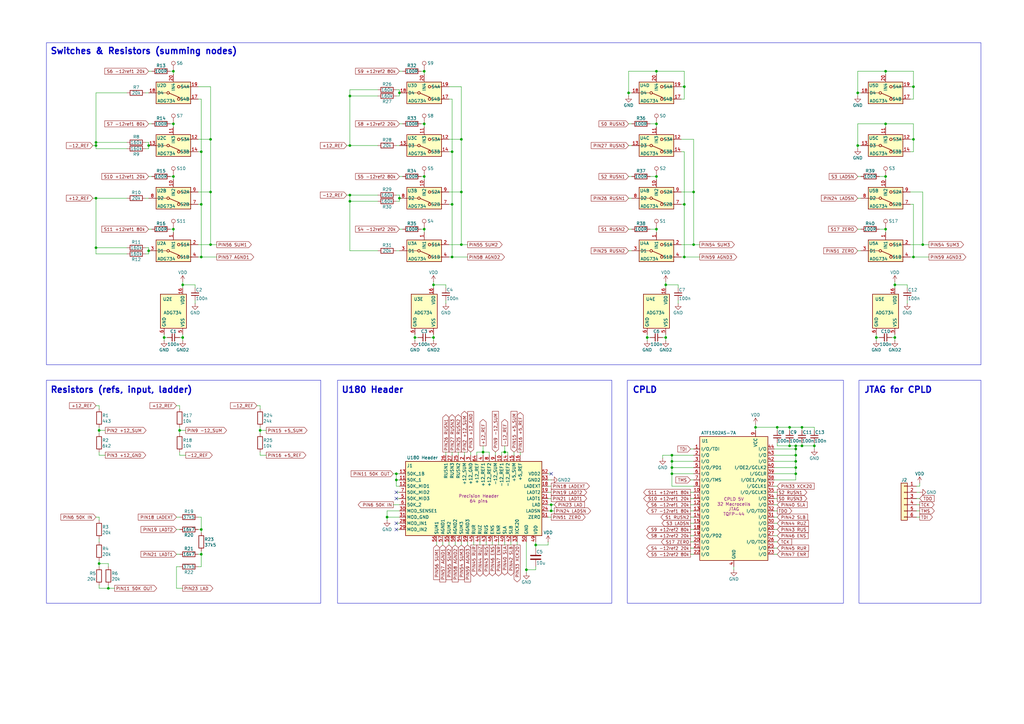
<source format=kicad_sch>
(kicad_sch (version 20250114) (generator "eeschema") (generator_version "9.0")
  (paper "A3")
  (title_block (title "Experimental U180 for 3458A A3 ADC") (date "2025-09-27") (rev "1"))
  (lib_symbols
    (symbol "ADG734_1"
      (property "Reference" "U7" (at -6.858 3.048 0))
      (property "Value" "ADG734" (at -6.604 -3.302 0))
      (symbol "ADG734_1_1_1"
        (pin input line (at -10.16 0 0) (length 3.048) (name "D1") (number "3"))
        (pin input line (at 0 7.62 270) (length 3.048) (name "IN1") (number "1"))
        (pin passive line (at 10.16 2.54 180) (length 3.048) (name "S1A") (number "2"))
        (pin passive line (at 10.16 -2.54 180) (length 3.048) (name "S1B") (number "4"))
      )
      (symbol "ADG734_1_2_1"
        (pin input line (at -10.16 0 0) (length 3.048) (name "D2") (number "8"))
        (pin input line (at 0 7.62 270) (length 3.048) (name "IN2") (number "10"))
        (pin passive line (at 10.16 2.54 180) (length 3.048) (name "S2A") (number "9"))
        (pin passive line (at 10.16 -2.54 180) (length 3.048) (name "S2B") (number "7"))
      )
      (symbol "ADG734_1_3_1"
        (pin input line (at -10.16 0 0) (length 3.048) (name "D3") (number "13"))
        (pin input line (at 0 7.62 270) (length 3.048) (name "IN3") (number "11"))
        (pin passive line (at 10.16 2.54 180) (length 3.048) (name "S3A") (number "12"))
        (pin passive line (at 10.16 -2.54 180) (length 3.048) (name "S3B") (number "14"))
      )
      (symbol "ADG734_1_4_1"
        (pin input line (at -10.16 0 0) (length 3.048) (name "D4") (number "18"))
        (pin input line (at 0 7.62 270) (length 3.048) (name "IN4") (number "20"))
        (pin passive line (at 10.16 2.54 180) (length 3.048) (name "S4A") (number "19"))
        (pin passive line (at 10.16 -2.54 180) (length 3.048) (name "S4B") (number "17"))
      )
      (symbol "ADG734_1_5_0"
        (pin power_in line (at -6.35 -11.43 90) (length 2.54) (name "GND") (number "6"))
        (pin no_connect line (at -1.27 5.08 270) (length 2.54) (hide yes) (name "NC") (number "15"))
        (pin power_in line (at 1.27 7.62 270) (length 2.54) (name "VDD") (number "16"))
        (pin power_in line (at 1.27 -11.43 90) (length 2.54) (name "VSS") (number "5"))
      )
    )
    (symbol "ADG734_2"
      (property "Reference" "U7" (at -6.858 3.048 0))
      (property "Value" "ADG734" (at -6.604 -3.302 0))
      (symbol "ADG734_2_1_1"
        (pin input line (at -10.16 0 0) (length 3.048) (name "D1") (number "3"))
        (pin input line (at 0 7.62 270) (length 3.048) (name "IN1") (number "1"))
        (pin passive line (at 10.16 2.54 180) (length 3.048) (name "S1A") (number "2"))
        (pin passive line (at 10.16 -2.54 180) (length 3.048) (name "S1B") (number "4"))
      )
      (symbol "ADG734_2_2_1"
        (pin input line (at -10.16 0 0) (length 3.048) (name "D2") (number "8"))
        (pin input line (at 0 7.62 270) (length 3.048) (name "IN2") (number "10"))
        (pin passive line (at 10.16 2.54 180) (length 3.048) (name "S2A") (number "9"))
        (pin passive line (at 10.16 -2.54 180) (length 3.048) (name "S2B") (number "7"))
      )
      (symbol "ADG734_2_3_1"
        (pin input line (at -10.16 0 0) (length 3.048) (name "D3") (number "13"))
        (pin input line (at 0 7.62 270) (length 3.048) (name "IN3") (number "11"))
        (pin passive line (at 10.16 2.54 180) (length 3.048) (name "S3A") (number "12"))
        (pin passive line (at 10.16 -2.54 180) (length 3.048) (name "S3B") (number "14"))
      )
      (symbol "ADG734_2_4_1"
        (pin input line (at -10.16 0 0) (length 3.048) (name "D4") (number "18"))
        (pin input line (at 0 7.62 270) (length 3.048) (name "IN4") (number "20"))
        (pin passive line (at 10.16 2.54 180) (length 3.048) (name "S4A") (number "19"))
        (pin passive line (at 10.16 -2.54 180) (length 3.048) (name "S4B") (number "17"))
      )
      (symbol "ADG734_2_5_0"
        (pin power_in line (at -6.35 -11.43 90) (length 2.54) (name "GND") (number "6"))
        (pin no_connect line (at -1.27 5.08 270) (length 2.54) (hide yes) (name "NC") (number "15"))
        (pin power_in line (at 1.27 7.62 270) (length 2.54) (name "VDD") (number "16"))
        (pin power_in line (at 1.27 -11.43 90) (length 2.54) (name "VSS") (number "5"))
      )
    )
    (symbol "ADG734_3"
      (property "Reference" "U7" (at -6.858 3.048 0))
      (property "Value" "ADG734" (at -6.604 -3.302 0))
      (symbol "ADG734_3_1_1"
        (pin input line (at -10.16 0 0) (length 3.048) (name "D1") (number "3"))
        (pin input line (at 0 7.62 270) (length 3.048) (name "IN1") (number "1"))
        (pin passive line (at 10.16 2.54 180) (length 3.048) (name "S1A") (number "2"))
        (pin passive line (at 10.16 -2.54 180) (length 3.048) (name "S1B") (number "4"))
      )
      (symbol "ADG734_3_2_1"
        (pin input line (at -10.16 0 0) (length 3.048) (name "D2") (number "8"))
        (pin input line (at 0 7.62 270) (length 3.048) (name "IN2") (number "10"))
        (pin passive line (at 10.16 2.54 180) (length 3.048) (name "S2A") (number "9"))
        (pin passive line (at 10.16 -2.54 180) (length 3.048) (name "S2B") (number "7"))
      )
      (symbol "ADG734_3_3_1"
        (pin input line (at -10.16 0 0) (length 3.048) (name "D3") (number "13"))
        (pin input line (at 0 7.62 270) (length 3.048) (name "IN3") (number "11"))
        (pin passive line (at 10.16 2.54 180) (length 3.048) (name "S3A") (number "12"))
        (pin passive line (at 10.16 -2.54 180) (length 3.048) (name "S3B") (number "14"))
      )
      (symbol "ADG734_3_4_1"
        (pin input line (at -10.16 0 0) (length 3.048) (name "D4") (number "18"))
        (pin input line (at 0 7.62 270) (length 3.048) (name "IN4") (number "20"))
        (pin passive line (at 10.16 2.54 180) (length 3.048) (name "S4A") (number "19"))
        (pin passive line (at 10.16 -2.54 180) (length 3.048) (name "S4B") (number "17"))
      )
      (symbol "ADG734_3_5_0"
        (pin power_in line (at -6.35 -11.43 90) (length 2.54) (name "GND") (number "6"))
        (pin no_connect line (at -1.27 5.08 270) (length 2.54) (hide yes) (name "NC") (number "15"))
        (pin power_in line (at 1.27 7.62 270) (length 2.54) (name "VDD") (number "16"))
        (pin power_in line (at 1.27 -11.43 90) (length 2.54) (name "VSS") (number "5"))
      )
    )
    (symbol "ADG734_4"
      (property "Reference" "U7" (at -6.858 3.048 0))
      (property "Value" "ADG734" (at -6.604 -3.302 0))
      (symbol "ADG734_4_1_1"
        (pin input line (at -10.16 0 0) (length 3.048) (name "D1") (number "3"))
        (pin input line (at 0 7.62 270) (length 3.048) (name "IN1") (number "1"))
        (pin passive line (at 10.16 2.54 180) (length 3.048) (name "S1A") (number "2"))
        (pin passive line (at 10.16 -2.54 180) (length 3.048) (name "S1B") (number "4"))
      )
      (symbol "ADG734_4_2_1"
        (pin input line (at -10.16 0 0) (length 3.048) (name "D2") (number "8"))
        (pin input line (at 0 7.62 270) (length 3.048) (name "IN2") (number "10"))
        (pin passive line (at 10.16 2.54 180) (length 3.048) (name "S2A") (number "9"))
        (pin passive line (at 10.16 -2.54 180) (length 3.048) (name "S2B") (number "7"))
      )
      (symbol "ADG734_4_3_1"
        (pin input line (at -10.16 0 0) (length 3.048) (name "D3") (number "13"))
        (pin input line (at 0 7.62 270) (length 3.048) (name "IN3") (number "11"))
        (pin passive line (at 10.16 2.54 180) (length 3.048) (name "S3A") (number "12"))
        (pin passive line (at 10.16 -2.54 180) (length 3.048) (name "S3B") (number "14"))
      )
      (symbol "ADG734_4_4_1"
        (pin input line (at -10.16 0 0) (length 3.048) (name "D4") (number "18"))
        (pin input line (at 0 7.62 270) (length 3.048) (name "IN4") (number "20"))
        (pin passive line (at 10.16 2.54 180) (length 3.048) (name "S4A") (number "19"))
        (pin passive line (at 10.16 -2.54 180) (length 3.048) (name "S4B") (number "17"))
      )
      (symbol "ADG734_4_5_0"
        (pin power_in line (at -6.35 -11.43 90) (length 2.54) (name "GND") (number "6"))
        (pin no_connect line (at -1.27 5.08 270) (length 2.54) (hide yes) (name "NC") (number "15"))
        (pin power_in line (at 1.27 7.62 270) (length 2.54) (name "VDD") (number "16"))
        (pin power_in line (at 1.27 -11.43 90) (length 2.54) (name "VSS") (number "5"))
      )
    )
    (symbol "Analog_Switch:ADG734"
      (property "Reference" "U7" (at -6.858 3.048 0))
      (property "Value" "ADG734" (at -6.604 -3.302 0))
      (symbol "ADG734_1_1"
        (pin input line (at -10.16 0 0) (length 3.048) (name "D1") (number "3"))
        (pin input line (at 0 7.62 270) (length 3.048) (name "IN1") (number "1"))
        (pin passive line (at 10.16 2.54 180) (length 3.048) (name "S1A") (number "2"))
        (pin passive line (at 10.16 -2.54 180) (length 3.048) (name "S1B") (number "4"))
      )
      (symbol "ADG734_2_1"
        (pin input line (at -10.16 0 0) (length 3.048) (name "D2") (number "8"))
        (pin input line (at 0 7.62 270) (length 3.048) (name "IN2") (number "10"))
        (pin passive line (at 10.16 2.54 180) (length 3.048) (name "S2A") (number "9"))
        (pin passive line (at 10.16 -2.54 180) (length 3.048) (name "S2B") (number "7"))
      )
      (symbol "ADG734_3_1"
        (pin input line (at -10.16 0 0) (length 3.048) (name "D3") (number "13"))
        (pin input line (at 0 7.62 270) (length 3.048) (name "IN3") (number "11"))
        (pin passive line (at 10.16 2.54 180) (length 3.048) (name "S3A") (number "12"))
        (pin passive line (at 10.16 -2.54 180) (length 3.048) (name "S3B") (number "14"))
      )
      (symbol "ADG734_4_1"
        (pin input line (at -10.16 0 0) (length 3.048) (name "D4") (number "18"))
        (pin input line (at 0 7.62 270) (length 3.048) (name "IN4") (number "20"))
        (pin passive line (at 10.16 2.54 180) (length 3.048) (name "S4A") (number "19"))
        (pin passive line (at 10.16 -2.54 180) (length 3.048) (name "S4B") (number "17"))
      )
      (symbol "ADG734_5_0"
        (pin power_in line (at -6.35 -11.43 90) (length 2.54) (name "GND") (number "6"))
        (pin no_connect line (at -1.27 5.08 270) (length 2.54) (hide yes) (name "NC") (number "15"))
        (pin power_in line (at 1.27 7.62 270) (length 2.54) (name "VDD") (number "16"))
        (pin power_in line (at 1.27 -11.43 90) (length 2.54) (name "VSS") (number "5"))
      )
    )
    (symbol "CPLD_Microchip:ATF1502AS-xAx44"
      (property "Reference" "U1" (at -13.208 23.622 0))
      (property "Value" "ATF1502AS-7A" (at -13.462 26.924 0))
      (symbol "ATF1502AS-xAx44_1_1"
        (text "CPLD 5V\n32 Macrocells\nJTAG\nTQFP-44" (at 0 -3.302 0) (effects (font (size 1.27 1.27))))
        (pin bidirectional line (at -16.51 20.32 0) (length 2.54) (name "I/O/TDI") (number "1"))
        (pin bidirectional line (at -16.51 17.78 0) (length 2.54) (name "I/O") (number "2"))
        (pin bidirectional line (at -16.51 15.24 0) (length 2.54) (name "I/O") (number "3"))
        (pin bidirectional line (at -16.51 12.7 0) (length 2.54) (name "I/O/PD1") (number "5"))
        (pin bidirectional line (at -16.51 10.16 0) (length 2.54) (name "I/O") (number "6"))
        (pin bidirectional line (at -16.51 7.62 0) (length 2.54) (name "I/O/TMS") (number "7"))
        (pin bidirectional line (at -16.51 5.08 0) (length 2.54) (name "I/O") (number "8"))
        (pin bidirectional line (at -16.51 2.54 0) (length 2.54) (name "I/O") (number "10"))
        (pin bidirectional line (at -16.51 0 0) (length 2.54) (name "I/O") (number "11"))
        (pin bidirectional line (at -16.51 -2.54 0) (length 2.54) (name "I/O") (number "12"))
        (pin bidirectional line (at -16.51 -5.08 0) (length 2.54) (name "I/O") (number "13"))
        (pin bidirectional line (at -16.51 -7.62 0) (length 2.54) (name "I/O") (number "14"))
        (pin bidirectional line (at -16.51 -10.16 0) (length 2.54) (name "I/O") (number "15"))
        (pin bidirectional line (at -16.51 -12.7 0) (length 2.54) (name "I/O") (number "18"))
        (pin bidirectional line (at -16.51 -15.24 0) (length 2.54) (name "I/O/PD2") (number "19"))
        (pin bidirectional line (at -16.51 -17.78 0) (length 2.54) (name "I/O") (number "20"))
        (pin bidirectional line (at -16.51 -20.32 0) (length 2.54) (name "I/O") (number "21"))
        (pin bidirectional line (at -16.51 -22.86 0) (length 2.54) (name "I/O") (number "22"))
        (pin power_in line (at 0 -27.94 90) (length 2.54) (hide yes) (name "GND") (number "16"))
        (pin power_in line (at 0 -27.94 90) (length 2.54) (hide yes) (name "GND") (number "24"))
        (pin power_in line (at 0 -27.94 90) (length 2.54) (hide yes) (name "GND") (number "36"))
        (pin power_in line (at 0 -27.94 90) (length 2.54) (name "GND") (number "4"))
        (pin power_in line (at 8.89 27.94 270) (length 2.54) (hide yes) (name "VCC") (number "17"))
        (pin power_in line (at 8.89 27.94 270) (length 2.54) (hide yes) (name "VCC") (number "29"))
        (pin power_in line (at 8.89 27.94 270) (length 2.54) (hide yes) (name "VCC") (number "41"))
        (pin power_in line (at 8.89 27.94 270) (length 2.54) (name "VCC") (number "9"))
        (pin bidirectional line (at 16.51 20.32 180) (length 2.54) (name "I/O") (number "44"))
        (pin bidirectional line (at 16.51 17.78 180) (length 2.54) (name "I/O") (number "43"))
        (pin bidirectional line (at 16.51 15.24 180) (length 2.54) (name "I/O") (number "42"))
        (pin input line (at 16.51 12.7 180) (length 2.54) (name "I/OE2/GCLK2") (number "40"))
        (pin input line (at 16.51 10.16 180) (length 2.54) (name "I/GCLR") (number "39"))
        (pin input line (at 16.51 7.62 180) (length 2.54) (name "I/OE1/Vpp") (number "38"))
        (pin input line (at 16.51 5.08 180) (length 2.54) (name "I/GCLK1") (number "37"))
        (pin bidirectional line (at 16.51 2.54 180) (length 2.54) (name "I/O/GCLK3") (number "35"))
        (pin bidirectional line (at 16.51 0 180) (length 2.54) (name "I/O") (number "34"))
        (pin bidirectional line (at 16.51 -2.54 180) (length 2.54) (name "I/O") (number "33"))
        (pin bidirectional line (at 16.51 -5.08 180) (length 2.54) (name "I/O/TDO") (number "32"))
        (pin bidirectional line (at 16.51 -7.62 180) (length 2.54) (name "I/O") (number "31"))
        (pin bidirectional line (at 16.51 -10.16 180) (length 2.54) (name "I/O") (number "30"))
        (pin bidirectional line (at 16.51 -12.7 180) (length 2.54) (name "I/O") (number "28"))
        (pin bidirectional line (at 16.51 -15.24 180) (length 2.54) (name "I/O") (number "27"))
        (pin bidirectional line (at 16.51 -17.78 180) (length 2.54) (name "I/O/TCK") (number "26"))
        (pin bidirectional line (at 16.51 -20.32 180) (length 2.54) (name "I/O") (number "25"))
        (pin bidirectional line (at 16.51 -22.86 180) (length 2.54) (name "I/O") (number "23"))
      )
    )
    (symbol "Connector:TestPoint" (pin_numbers (hide yes)) (pin_names (offset 0.762) (hide yes))
      (property "Reference" "TP" (at 0 6.858 0))
      (property "Value" "TestPoint" (at 0 5.08 0))
      (symbol "TestPoint_1_1"
        (pin passive line (at 0 0 90) (length 2.54) (name "1") (number "1"))
      )
    )
    (symbol "Connector_Generic:Conn_01x06" (pin_names (offset 1.016) (hide yes))
      (property "Reference" "J" (at 0 7.62 0))
      (property "Value" "Conn_01x06" (at 0 -10.16 0))
      (symbol "Conn_01x06_1_1"
        (pin passive line (at -5.08 5.08 0) (length 3.81) (name "Pin_1") (number "1"))
        (pin passive line (at -5.08 2.54 0) (length 3.81) (name "Pin_2") (number "2"))
        (pin passive line (at -5.08 0 0) (length 3.81) (name "Pin_3") (number "3"))
        (pin passive line (at -5.08 -2.54 0) (length 3.81) (name "Pin_4") (number "4"))
        (pin passive line (at -5.08 -5.08 0) (length 3.81) (name "Pin_5") (number "5"))
        (pin passive line (at -5.08 -7.62 0) (length 3.81) (name "Pin_6") (number "6"))
      )
    )
    (symbol "Device:C" (pin_numbers (hide yes)) (pin_names (offset 0.254))
      (property "Reference" "C" (at 0.635 2.54 0))
      (property "Value" "C" (at 0.635 -2.54 0))
      (symbol "C_1_1"
        (pin passive line (at 0 3.81 270) (length 2.794) (name "~") (number "1"))
        (pin passive line (at 0 -3.81 90) (length 2.794) (name "~") (number "2"))
      )
    )
    (symbol "Device:C_Small" (pin_numbers (hide yes)) (pin_names (offset 0.254) (hide yes))
      (property "Reference" "C" (at 0.254 1.778 0))
      (property "Value" "C_Small" (at 0.254 -2.032 0))
      (symbol "C_Small_1_1"
        (pin passive line (at 0 2.54 270) (length 2.032) (name "~") (number "1"))
        (pin passive line (at 0 -2.54 90) (length 2.032) (name "~") (number "2"))
      )
    )
    (symbol "Device:R" (pin_numbers (hide yes)) (pin_names (offset 0))
      (property "Reference" "R" (at 2.032 0 90))
      (property "Value" "R" (at 0 0 90))
      (symbol "R_1_1"
        (pin passive line (at 0 3.81 270) (length 1.27) (name "~") (number "1"))
        (pin passive line (at 0 -3.81 90) (length 1.27) (name "~") (number "2"))
      )
    )
    (symbol "Mine:NU180"
      (property "Reference" "J1" (at -18.542 13.462 0))
      (property "Value" "U180 Header" (at -18.542 16.764 0))
      (symbol "NU180_1_1"
        (text "Precision Header\n64 pins" (at 10.922 0 0) (effects (font (size 1.27 1.27))))
        (pin passive line (at -21.59 10.16 0) (length 2.54) (name "50K_1B") (number "13"))
        (pin passive line (at -21.59 7.62 0) (length 2.54) (name "50K_1") (number "11"))
        (pin passive line (at -21.59 5.08 0) (length 2.54) (name "50K_MID1") (number "12"))
        (pin passive line (at -21.59 2.54 0) (length 2.54) (name "50K_MID2") (number "7"))
        (pin passive line (at -21.59 0 0) (length 2.54) (name "50K_MID3") (number "5"))
        (pin passive line (at -21.59 -2.54 0) (length 2.54) (name "50K_2") (number "6"))
        (pin passive line (at -21.59 -5.08 0) (length 2.54) (name "MOD_SENSE1") (number "30"))
        (pin power_in line (at -21.59 -7.62 0) (length 2.54) (name "MOD_GND") (number "31"))
        (pin power_in line (at -21.59 -10.16 0) (length 2.54) (name "MOD_IN1") (number "28"))
        (pin power_in line (at -21.59 -12.7 0) (length 2.54) (name "MOD_IN2") (number "29"))
        (pin power_out line (at -6.35 -17.78 90) (length 2.54) (name "SUM1") (number "56"))
        (pin power_out line (at -3.81 -17.78 90) (length 2.54) (name "AGND1") (number "57"))
        (pin power_in line (at -2.54 17.78 270) (length 2.54) (name "RUSN1") (number "26"))
        (pin power_out line (at -1.27 -17.78 90) (length 2.54) (name "SUM2") (number "55"))
        (pin power_in line (at 0 17.78 270) (length 2.54) (name "RUSN3") (number "27"))
        (pin power_out line (at 1.27 -17.78 90) (length 2.54) (name "AGND2") (number "58"))
        (pin power_in line (at 2.54 17.78 270) (length 2.54) (name "RUSN2") (number "25"))
        (pin power_out line (at 3.81 -17.78 90) (length 2.54) (name "SUM3") (number "54"))
        (pin power_in line (at 5.08 17.78 270) (length 2.54) (name "+12_SUM") (number "2"))
        (pin power_out line (at 6.35 -17.78 90) (length 2.54) (name "AGND3") (number "59"))
        (pin power_in line (at 7.62 17.78 270) (length 2.54) (name "+12_GND") (number "3"))
        (pin input line (at 8.89 -17.78 90) (length 2.54) (name "RUR") (number "45"))
        (pin power_in line (at 10.16 17.78 270) (length 2.54) (name "+12_REF") (number "64"))
        (pin input line (at 11.43 -17.78 90) (length 2.54) (name "RUZ") (number "44"))
        (pin power_in line (at 12.7 17.78 270) (length 2.54) (name "+12_REF1") (number "4"))
        (pin input line (at 13.97 -17.78 90) (length 2.54) (name "RUS") (number "43"))
        (pin power_in line (at 15.24 17.78 270) (length 2.54) (name "+12_REF2") (number "8"))
        (pin input line (at 16.51 -17.78 90) (length 2.54) (name "ENS") (number "46"))
        (pin power_in line (at 17.78 17.78 270) (length 2.54) (name "-12_SUM") (number "9"))
        (pin input line (at 19.05 -17.78 90) (length 2.54) (name "ENR") (number "47"))
        (pin power_in line (at 20.32 17.78 270) (length 2.54) (name "-12_REF1") (number "10"))
        (pin input line (at 21.59 -17.78 90) (length 2.54) (name "SLA") (number "40"))
        (pin power_in line (at 22.86 17.78 270) (length 2.54) (name "-12_REF2") (number "14"))
        (pin input line (at 24.13 -17.78 90) (length 2.54) (name "SLB") (number "42"))
        (pin power_in line (at 25.4 17.78 270) (length 2.54) (name "+5_SUM") (number "15"))
        (pin input line (at 26.67 -17.78 90) (length 2.54) (name "XCK20") (number "33"))
        (pin power_in line (at 27.94 17.78 270) (length 2.54) (name "+5_REF") (number "16"))
        (pin power_in line (at 30.48 -17.78 90) (length 2.54) (hide yes) (name "GND") (number "20"))
        (pin power_in line (at 30.48 -17.78 90) (length 2.54) (hide yes) (name "GND") (number "22"))
        (pin power_in line (at 30.48 -17.78 90) (length 2.54) (hide yes) (name "GND") (number "34"))
        (pin power_in line (at 30.48 -17.78 90) (length 2.54) (hide yes) (name "GND") (number "35"))
        (pin power_in line (at 30.48 -17.78 90) (length 2.54) (hide yes) (name "GND") (number "36"))
        (pin power_in line (at 30.48 -17.78 90) (length 2.54) (hide yes) (name "GND") (number "37"))
        (pin power_in line (at 30.48 -17.78 90) (length 2.54) (hide yes) (name "GND") (number "38"))
        (pin power_in line (at 30.48 -17.78 90) (length 2.54) (hide yes) (name "GND") (number "48"))
        (pin power_in line (at 30.48 -17.78 90) (length 2.54) (name "GND") (number "50"))
        (pin power_in line (at 30.48 -17.78 90) (length 2.54) (hide yes) (name "GND") (number "50"))
        (pin power_in line (at 30.48 -17.78 90) (length 2.54) (hide yes) (name "GND") (number "63"))
        (pin power_in line (at 34.29 -17.78 90) (length 2.54) (name "VDD") (number "49"))
        (pin power_in line (at 39.37 10.16 180) (length 2.54) (name "VDD2") (number "52"))
        (pin power_in line (at 39.37 7.62 180) (length 2.54) (name "GND2") (number "53"))
        (pin power_in line (at 39.37 5.08 180) (length 2.54) (name "LADEXT") (number "18"))
        (pin power_in line (at 39.37 2.54 180) (length 2.54) (name "LADT2") (number "19"))
        (pin power_in line (at 39.37 0 180) (length 2.54) (name "LADT1") (number "21"))
        (pin power_out line (at 39.37 -2.54 180) (length 2.54) (name "LAD") (number "23"))
        (pin power_in line (at 39.37 -5.08 180) (length 2.54) (name "LADSN") (number "24"))
        (pin power_in line (at 39.37 -7.62 180) (length 2.54) (name "ZERO") (number "51"))
      )
    )
    (symbol "power:+5V" (power) (pin_numbers (hide yes)) (pin_names (offset 0) (hide yes))
      (property "Value" "+5V" (at 0 3.556 0))
      (symbol "+5V_1_1"
        (pin power_in line (at 0 0 90) (length 0) (name "~") (number "1"))
      )
    )
    (symbol "power:GND" (power) (pin_numbers (hide yes)) (pin_names (offset 0) (hide yes))
      (property "Value" "GND" (at 0 -3.81 0))
      (symbol "GND_1_1"
        (pin power_in line (at 0 0 270) (length 0) (name "~") (number "1"))
      )
    )
    (symbol "power:VDD" (power) (pin_numbers (hide yes)) (pin_names (offset 0) (hide yes))
      (property "Value" "VDD" (at 0 3.556 0))
      (symbol "VDD_1_1"
        (pin power_in line (at 0 0 90) (length 0) (name "~") (number "1"))
      )
    )
  )
  (rectangle (start 19.05 155.956) (end 131.572 247.396))
  (rectangle (start 257.302 155.956) (end 345.948 247.396))
  (rectangle (start 138.43 155.956) (end 250.952 247.396))
  (rectangle (start 19.05 17.526) (end 402.336 149.606))
  (rectangle (start 352.298 155.956) (end 402.336 247.396))
  (text "JTAG for CPLD" (at 354.33 160.02 0) (effects (font (size 2.54 2.54) (thickness 0.508) (bold yes)) (justify left)))
  (text "Resistors (refs, input, ladder)" (at 20.574 160.02 0) (effects (font (size 2.54 2.54) (thickness 0.508) (bold yes)) (justify left)))
  (text "Switches & Resistors (summing nodes)" (at 20.574 21.082 0) (effects (font (size 2.54 2.54) (thickness 0.508) (bold yes)) (justify left)))
  (text "U180 Header" (at 139.954 160.02 0) (effects (font (size 2.54 2.54) (thickness 0.508) (bold yes)) (justify left)))
  (text "CPLD" (at 259.334 160.02 0) (effects (font (size 2.54 2.54) (thickness 0.508) (bold yes)) (justify left)))
  (junction (at 86.36 57.15))
  (junction (at 60.96 102.87))
  (junction (at 367.03 116.84))
  (junction (at 185.42 83.82))
  (junction (at 309.88 175.26))
  (junction (at 173.99 72.39))
  (junction (at 162.56 196.85))
  (junction (at 269.24 72.39))
  (junction (at 162.56 194.31))
  (junction (at 273.05 138.43))
  (junction (at 73.66 176.53))
  (junction (at 143.51 39.37))
  (junction (at 334.01 182.88))
  (junction (at 326.39 184.15))
  (junction (at 39.37 59.69))
  (junction (at 106.68 176.53))
  (junction (at 170.18 138.43))
  (junction (at 275.59 186.69))
  (junction (at 86.36 100.33))
  (junction (at 326.39 189.23))
  (junction (at 275.59 191.77))
  (junction (at 359.41 138.43))
  (junction (at 39.37 81.28))
  (junction (at 39.37 101.6))
  (junction (at 215.9 233.68))
  (junction (at 82.55 62.23))
  (junction (at 143.51 59.69))
  (junction (at 374.65 105.41))
  (junction (at 275.59 194.31))
  (junction (at 269.24 93.98))
  (junction (at 219.71 223.52))
  (junction (at 74.93 116.84))
  (junction (at 326.39 182.88))
  (junction (at 143.51 80.01))
  (junction (at 177.8 116.84))
  (junction (at 363.22 50.8))
  (junction (at 265.43 138.43))
  (junction (at 378.46 100.33))
  (junction (at 189.23 100.33))
  (junction (at 198.12 185.42))
  (junction (at 189.23 57.15))
  (junction (at 275.59 189.23))
  (junction (at 177.8 138.43))
  (junction (at 185.42 105.41))
  (junction (at 71.12 93.98))
  (junction (at 82.55 105.41))
  (junction (at 40.64 231.14))
  (junction (at 374.65 35.56))
  (junction (at 173.99 93.98))
  (junction (at 269.24 29.21))
  (junction (at 82.55 217.17))
  (junction (at 326.39 186.69))
  (junction (at 280.67 105.41))
  (junction (at 273.05 116.84))
  (junction (at 374.65 57.15))
  (junction (at 71.12 50.8))
  (junction (at 363.22 29.21))
  (junction (at 189.23 78.74))
  (junction (at 323.85 182.88))
  (junction (at 328.93 175.26))
  (junction (at 226.06 209.55))
  (junction (at 185.42 62.23))
  (junction (at 82.55 227.33))
  (junction (at 67.31 138.43))
  (junction (at 280.67 83.82))
  (junction (at 158.75 212.09))
  (junction (at 284.48 100.33))
  (junction (at 363.22 93.98))
  (junction (at 143.51 82.55))
  (junction (at 351.79 38.1))
  (junction (at 40.64 176.53))
  (junction (at 326.39 191.77))
  (junction (at 318.77 175.26))
  (junction (at 226.06 207.01))
  (junction (at 86.36 78.74))
  (junction (at 207.01 185.42))
  (junction (at 74.93 138.43))
  (junction (at 39.37 58.42))
  (junction (at 257.81 38.1))
  (junction (at 71.12 29.21))
  (junction (at 173.99 29.21))
  (junction (at 163.83 38.1))
  (junction (at 71.12 72.39))
  (junction (at 367.03 138.43))
  (junction (at 280.67 35.56))
  (junction (at 82.55 83.82))
  (junction (at 269.24 50.8))
  (junction (at 328.93 182.88))
  (junction (at 351.79 59.69))
  (junction (at 284.48 78.74))
  (junction (at 326.39 194.31))
  (junction (at 173.99 50.8))
  (junction (at 363.22 72.39))
  (junction (at 60.96 59.69))
  (junction (at 163.83 81.28))
  (junction (at 323.85 175.26))
  (junction (at 44.45 241.3))
  (no_connect (at 162.56 204.47))
  (no_connect (at 162.56 217.17))
  (no_connect (at 226.06 194.31))
  (no_connect (at 162.56 214.63))
  (no_connect (at 162.56 201.93))
  (wire (pts (xy 40.64 232.41) (xy 40.64 231.14)))
  (wire (pts (xy 209.55 223.52) (xy 209.55 222.25)))
  (wire (pts (xy 81.28 217.17) (xy 82.55 217.17)))
  (wire (pts (xy 269.24 93.98) (xy 269.24 95.25)))
  (wire (pts (xy 40.64 166.37) (xy 40.64 167.64)))
  (wire (pts (xy 44.45 231.14) (xy 40.64 231.14)))
  (wire (pts (xy 189.23 100.33) (xy 184.15 100.33)))
  (wire (pts (xy 203.2 185.42) (xy 203.2 186.69)))
  (wire (pts (xy 373.38 35.56) (xy 374.65 35.56)))
  (wire (pts (xy 317.5 186.69) (xy 326.39 186.69)))
  (wire (pts (xy 162.56 194.31) (xy 163.83 194.31)))
  (wire (pts (xy 280.67 35.56) (xy 280.67 29.21)))
  (wire (pts (xy 323.85 175.26) (xy 323.85 176.53)))
  (wire (pts (xy 269.24 50.8) (xy 269.24 52.07)))
  (wire (pts (xy 80.01 118.11) (xy 80.01 116.84)))
  (wire (pts (xy 39.37 104.14) (xy 39.37 101.6)))
  (wire (pts (xy 367.03 139.7) (xy 367.03 138.43)))
  (wire (pts (xy 266.7 72.39) (xy 269.24 72.39)))
  (wire (pts (xy 318.77 214.63) (xy 317.5 214.63)))
  (wire (pts (xy 39.37 166.37) (xy 40.64 166.37)))
  (wire (pts (xy 279.4 57.15) (xy 284.48 57.15)))
  (wire (pts (xy 318.77 201.93) (xy 317.5 201.93)))
  (wire (pts (xy 374.65 105.41) (xy 373.38 105.41)))
  (wire (pts (xy 195.58 185.42) (xy 198.12 185.42)))
  (wire (pts (xy 334.01 182.88) (xy 334.01 184.15)))
  (wire (pts (xy 43.18 186.69) (xy 40.64 186.69)))
  (wire (pts (xy 106.68 177.8) (xy 106.68 176.53)))
  (wire (pts (xy 224.79 204.47) (xy 226.06 204.47)))
  (wire (pts (xy 377.19 209.55) (xy 375.92 209.55)))
  (wire (pts (xy 326.39 191.77) (xy 326.39 189.23)))
  (wire (pts (xy 271.78 187.96) (xy 271.78 186.69)))
  (wire (pts (xy 39.37 101.6) (xy 52.07 101.6)))
  (wire (pts (xy 283.21 196.85) (xy 284.48 196.85)))
  (wire (pts (xy 353.06 72.39) (xy 351.79 72.39)))
  (wire (pts (xy 109.22 176.53) (xy 106.68 176.53)))
  (wire (pts (xy 177.8 116.84) (xy 177.8 118.11)))
  (wire (pts (xy 318.77 217.17) (xy 317.5 217.17)))
  (wire (pts (xy 73.66 217.17) (xy 72.39 217.17)))
  (wire (pts (xy 279.4 40.64) (xy 280.67 40.64)))
  (wire (pts (xy 359.41 138.43) (xy 359.41 139.7)))
  (wire (pts (xy 73.66 166.37) (xy 73.66 167.64)))
  (wire (pts (xy 189.23 35.56) (xy 189.23 57.15)))
  (wire (pts (xy 82.55 40.64) (xy 82.55 62.23)))
  (wire (pts (xy 317.5 189.23) (xy 326.39 189.23)))
  (wire (pts (xy 163.83 29.21) (xy 165.1 29.21)))
  (wire (pts (xy 363.22 72.39) (xy 360.68 72.39)))
  (wire (pts (xy 351.79 59.69) (xy 351.79 60.96)))
  (wire (pts (xy 143.51 80.01) (xy 154.94 80.01)))
  (wire (pts (xy 275.59 191.77) (xy 275.59 194.31)))
  (wire (pts (xy 374.65 57.15) (xy 374.65 62.23)))
  (wire (pts (xy 81.28 35.56) (xy 86.36 35.56)))
  (wire (pts (xy 182.88 118.11) (xy 182.88 116.84)))
  (wire (pts (xy 143.51 39.37) (xy 154.94 39.37)))
  (wire (pts (xy 219.71 232.41) (xy 219.71 233.68)))
  (wire (pts (xy 81.28 227.33) (xy 82.55 227.33)))
  (wire (pts (xy 377.19 207.01) (xy 375.92 207.01)))
  (wire (pts (xy 82.55 105.41) (xy 88.9 105.41)))
  (wire (pts (xy 59.69 101.6) (xy 60.96 101.6)))
  (wire (pts (xy 173.99 93.98) (xy 173.99 95.25)))
  (wire (pts (xy 204.47 223.52) (xy 204.47 222.25)))
  (wire (pts (xy 189.23 57.15) (xy 189.23 78.74)))
  (wire (pts (xy 215.9 234.95) (xy 215.9 233.68)))
  (wire (pts (xy 69.85 29.21) (xy 71.12 29.21)))
  (wire (pts (xy 317.5 191.77) (xy 326.39 191.77)))
  (wire (pts (xy 184.15 83.82) (xy 185.42 83.82)))
  (wire (pts (xy 205.74 185.42) (xy 207.01 185.42)))
  (wire (pts (xy 318.77 175.26) (xy 309.88 175.26)))
  (wire (pts (xy 43.18 176.53) (xy 40.64 176.53)))
  (wire (pts (xy 185.42 185.42) (xy 185.42 186.69)))
  (wire (pts (xy 40.64 176.53) (xy 40.64 177.8)))
  (wire (pts (xy 265.43 138.43) (xy 265.43 139.7)))
  (wire (pts (xy 60.96 29.21) (xy 62.23 29.21)))
  (wire (pts (xy 162.56 39.37) (xy 163.83 39.37)))
  (wire (pts (xy 226.06 212.09) (xy 224.79 212.09)))
  (wire (pts (xy 170.18 138.43) (xy 171.45 138.43)))
  (wire (pts (xy 38.1 59.69) (xy 39.37 59.69)))
  (wire (pts (xy 40.64 176.53) (xy 40.64 175.26)))
  (wire (pts (xy 143.51 80.01) (xy 143.51 82.55)))
  (wire (pts (xy 195.58 185.42) (xy 195.58 186.69)))
  (wire (pts (xy 323.85 181.61) (xy 323.85 182.88)))
  (wire (pts (xy 82.55 232.41) (xy 81.28 232.41)))
  (wire (pts (xy 219.71 222.25) (xy 219.71 223.52)))
  (wire (pts (xy 279.4 62.23) (xy 280.67 62.23)))
  (wire (pts (xy 326.39 182.88) (xy 323.85 182.88)))
  (wire (pts (xy 265.43 138.43) (xy 266.7 138.43)))
  (wire (pts (xy 163.83 93.98) (xy 165.1 93.98)))
  (wire (pts (xy 182.88 185.42) (xy 182.88 186.69)))
  (wire (pts (xy 185.42 83.82) (xy 185.42 105.41)))
  (wire (pts (xy 185.42 105.41) (xy 184.15 105.41)))
  (wire (pts (xy 39.37 58.42) (xy 52.07 58.42)))
  (wire (pts (xy 363.22 29.21) (xy 363.22 30.48)))
  (wire (pts (xy 374.65 35.56) (xy 374.65 29.21)))
  (wire (pts (xy 271.78 186.69) (xy 275.59 186.69)))
  (wire (pts (xy 106.68 185.42) (xy 106.68 186.69)))
  (wire (pts (xy 210.82 185.42) (xy 210.82 186.69)))
  (wire (pts (xy 177.8 115.57) (xy 177.8 116.84)))
  (wire (pts (xy 326.39 184.15) (xy 317.5 184.15)))
  (wire (pts (xy 71.12 50.8) (xy 71.12 52.07)))
  (wire (pts (xy 40.64 185.42) (xy 40.64 186.69)))
  (wire (pts (xy 280.67 35.56) (xy 280.67 40.64)))
  (wire (pts (xy 143.51 36.83) (xy 143.51 39.37)))
  (wire (pts (xy 309.88 175.26) (xy 309.88 176.53)))
  (wire (pts (xy 162.56 80.01) (xy 163.83 80.01)))
  (wire (pts (xy 326.39 184.15) (xy 326.39 186.69)))
  (wire (pts (xy 72.39 212.09) (xy 73.66 212.09)))
  (wire (pts (xy 52.07 60.96) (xy 39.37 60.96)))
  (wire (pts (xy 40.64 220.98) (xy 40.64 222.25)))
  (wire (pts (xy 257.81 59.69) (xy 259.08 59.69)))
  (wire (pts (xy 279.4 78.74) (xy 284.48 78.74)))
  (wire (pts (xy 59.69 81.28) (xy 60.96 81.28)))
  (wire (pts (xy 186.69 223.52) (xy 186.69 222.25)))
  (wire (pts (xy 39.37 104.14) (xy 52.07 104.14)))
  (wire (pts (xy 60.96 59.69) (xy 60.96 58.42)))
  (wire (pts (xy 143.51 59.69) (xy 154.94 59.69)))
  (wire (pts (xy 226.06 209.55) (xy 224.79 209.55)))
  (wire (pts (xy 207.01 185.42) (xy 208.28 185.42)))
  (wire (pts (xy 69.85 93.98) (xy 71.12 93.98)))
  (wire (pts (xy 283.21 212.09) (xy 284.48 212.09)))
  (wire (pts (xy 82.55 212.09) (xy 82.55 217.17)))
  (wire (pts (xy 283.21 219.71) (xy 284.48 219.71)))
  (wire (pts (xy 224.79 207.01) (xy 226.06 207.01)))
  (wire (pts (xy 378.46 78.74) (xy 378.46 100.33)))
  (wire (pts (xy 269.24 72.39) (xy 269.24 73.66)))
  (wire (pts (xy 200.66 185.42) (xy 200.66 186.69)))
  (wire (pts (xy 39.37 212.09) (xy 40.64 212.09)))
  (wire (pts (xy 257.81 38.1) (xy 257.81 39.37)))
  (wire (pts (xy 39.37 59.69) (xy 39.37 60.96)))
  (wire (pts (xy 373.38 83.82) (xy 374.65 83.82)))
  (wire (pts (xy 162.56 36.83) (xy 163.83 36.83)))
  (wire (pts (xy 266.7 50.8) (xy 269.24 50.8)))
  (wire (pts (xy 373.38 57.15) (xy 374.65 57.15)))
  (wire (pts (xy 219.71 224.79) (xy 219.71 223.52)))
  (wire (pts (xy 38.1 81.28) (xy 39.37 81.28)))
  (wire (pts (xy 378.46 100.33) (xy 381 100.33)))
  (wire (pts (xy 86.36 100.33) (xy 81.28 100.33)))
  (wire (pts (xy 257.81 38.1) (xy 259.08 38.1)))
  (wire (pts (xy 199.39 223.52) (xy 199.39 222.25)))
  (wire (pts (xy 283.21 217.17) (xy 284.48 217.17)))
  (wire (pts (xy 81.28 212.09) (xy 82.55 212.09)))
  (wire (pts (xy 162.56 217.17) (xy 163.83 217.17)))
  (wire (pts (xy 317.5 194.31) (xy 326.39 194.31)))
  (wire (pts (xy 334.01 181.61) (xy 334.01 182.88)))
  (wire (pts (xy 158.75 209.55) (xy 158.75 212.09)))
  (wire (pts (xy 44.45 241.3) (xy 40.64 241.3)))
  (wire (pts (xy 73.66 186.69) (xy 73.66 185.42)))
  (wire (pts (xy 280.67 29.21) (xy 269.24 29.21)))
  (wire (pts (xy 363.22 29.21) (xy 351.79 29.21)))
  (wire (pts (xy 367.03 116.84) (xy 367.03 118.11)))
  (wire (pts (xy 284.48 100.33) (xy 279.4 100.33)))
  (wire (pts (xy 372.11 123.19) (xy 372.11 124.46)))
  (wire (pts (xy 44.45 240.03) (xy 44.45 241.3)))
  (wire (pts (xy 177.8 139.7) (xy 177.8 138.43)))
  (wire (pts (xy 201.93 223.52) (xy 201.93 222.25)))
  (wire (pts (xy 71.12 72.39) (xy 71.12 73.66)))
  (wire (pts (xy 279.4 35.56) (xy 280.67 35.56)))
  (wire (pts (xy 359.41 138.43) (xy 360.68 138.43)))
  (wire (pts (xy 143.51 39.37) (xy 143.51 59.69)))
  (wire (pts (xy 257.81 29.21) (xy 257.81 38.1)))
  (wire (pts (xy 275.59 186.69) (xy 275.59 189.23)))
  (wire (pts (xy 278.13 123.19) (xy 278.13 124.46)))
  (wire (pts (xy 185.42 62.23) (xy 185.42 83.82)))
  (wire (pts (xy 74.93 138.43) (xy 73.66 138.43)))
  (wire (pts (xy 269.24 29.21) (xy 269.24 30.48)))
  (wire (pts (xy 326.39 194.31) (xy 326.39 191.77)))
  (wire (pts (xy 283.21 209.55) (xy 284.48 209.55)))
  (wire (pts (xy 39.37 58.42) (xy 39.37 59.69)))
  (wire (pts (xy 265.43 137.16) (xy 265.43 138.43)))
  (wire (pts (xy 143.51 82.55) (xy 154.94 82.55)))
  (wire (pts (xy 184.15 78.74) (xy 189.23 78.74)))
  (wire (pts (xy 72.39 232.41) (xy 73.66 232.41)))
  (wire (pts (xy 74.93 116.84) (xy 74.93 118.11)))
  (wire (pts (xy 198.12 182.88) (xy 198.12 185.42)))
  (wire (pts (xy 187.96 185.42) (xy 187.96 186.69)))
  (wire (pts (xy 212.09 223.52) (xy 212.09 222.25)))
  (wire (pts (xy 326.39 189.23) (xy 326.39 186.69)))
  (wire (pts (xy 82.55 226.06) (xy 82.55 227.33)))
  (wire (pts (xy 275.59 194.31) (xy 275.59 199.39)))
  (wire (pts (xy 374.65 83.82) (xy 374.65 105.41)))
  (wire (pts (xy 81.28 78.74) (xy 86.36 78.74)))
  (wire (pts (xy 74.93 138.43) (xy 74.93 137.16)))
  (wire (pts (xy 317.5 196.85) (xy 326.39 196.85)))
  (wire (pts (xy 273.05 115.57) (xy 273.05 116.84)))
  (wire (pts (xy 143.51 82.55) (xy 143.51 102.87)))
  (wire (pts (xy 86.36 57.15) (xy 86.36 78.74)))
  (wire (pts (xy 377.19 204.47) (xy 375.92 204.47)))
  (wire (pts (xy 373.38 78.74) (xy 378.46 78.74)))
  (wire (pts (xy 363.22 72.39) (xy 363.22 73.66)))
  (wire (pts (xy 374.65 35.56) (xy 374.65 40.64)))
  (wire (pts (xy 208.28 185.42) (xy 208.28 186.69)))
  (wire (pts (xy 190.5 185.42) (xy 190.5 186.69)))
  (wire (pts (xy 273.05 138.43) (xy 273.05 137.16)))
  (wire (pts (xy 46.99 241.3) (xy 44.45 241.3)))
  (wire (pts (xy 162.56 201.93) (xy 163.83 201.93)))
  (wire (pts (xy 318.77 224.79) (xy 317.5 224.79)))
  (wire (pts (xy 280.67 83.82) (xy 280.67 105.41)))
  (wire (pts (xy 189.23 78.74) (xy 189.23 100.33)))
  (wire (pts (xy 257.81 72.39) (xy 259.08 72.39)))
  (wire (pts (xy 82.55 105.41) (xy 81.28 105.41)))
  (wire (pts (xy 59.69 38.1) (xy 60.96 38.1)))
  (wire (pts (xy 334.01 182.88) (xy 328.93 182.88)))
  (wire (pts (xy 81.28 57.15) (xy 86.36 57.15)))
  (wire (pts (xy 172.72 72.39) (xy 173.99 72.39)))
  (wire (pts (xy 189.23 100.33) (xy 191.77 100.33)))
  (wire (pts (xy 351.79 29.21) (xy 351.79 38.1)))
  (wire (pts (xy 323.85 175.26) (xy 318.77 175.26)))
  (wire (pts (xy 158.75 209.55) (xy 163.83 209.55)))
  (wire (pts (xy 377.19 199.39) (xy 375.92 199.39)))
  (wire (pts (xy 69.85 72.39) (xy 71.12 72.39)))
  (wire (pts (xy 170.18 138.43) (xy 170.18 139.7)))
  (wire (pts (xy 82.55 227.33) (xy 82.55 232.41)))
  (wire (pts (xy 72.39 241.3) (xy 74.93 241.3)))
  (wire (pts (xy 374.65 105.41) (xy 381 105.41)))
  (wire (pts (xy 377.19 212.09) (xy 375.92 212.09)))
  (wire (pts (xy 74.93 139.7) (xy 74.93 138.43)))
  (wire (pts (xy 278.13 116.84) (xy 273.05 116.84)))
  (wire (pts (xy 334.01 176.53) (xy 334.01 175.26)))
  (wire (pts (xy 300.99 232.41) (xy 300.99 233.68)))
  (wire (pts (xy 372.11 118.11) (xy 372.11 116.84)))
  (wire (pts (xy 158.75 212.09) (xy 163.83 212.09)))
  (wire (pts (xy 196.85 223.52) (xy 196.85 222.25)))
  (wire (pts (xy 173.99 29.21) (xy 173.99 30.48)))
  (wire (pts (xy 73.66 227.33) (xy 72.39 227.33)))
  (wire (pts (xy 326.39 182.88) (xy 326.39 184.15)))
  (wire (pts (xy 162.56 59.69) (xy 163.83 59.69)))
  (wire (pts (xy 81.28 62.23) (xy 82.55 62.23)))
  (wire (pts (xy 318.77 181.61) (xy 318.77 182.88)))
  (wire (pts (xy 73.66 176.53) (xy 73.66 175.26)))
  (wire (pts (xy 182.88 116.84) (xy 177.8 116.84)))
  (wire (pts (xy 284.48 186.69) (xy 275.59 186.69)))
  (wire (pts (xy 224.79 222.25) (xy 224.79 223.52)))
  (wire (pts (xy 60.96 104.14) (xy 60.96 102.87)))
  (wire (pts (xy 182.88 123.19) (xy 182.88 124.46)))
  (wire (pts (xy 351.79 38.1) (xy 353.06 38.1)))
  (wire (pts (xy 60.96 72.39) (xy 62.23 72.39)))
  (wire (pts (xy 318.77 209.55) (xy 317.5 209.55)))
  (wire (pts (xy 328.93 182.88) (xy 326.39 182.88)))
  (wire (pts (xy 363.22 50.8) (xy 351.79 50.8)))
  (wire (pts (xy 161.29 194.31) (xy 162.56 194.31)))
  (wire (pts (xy 273.05 138.43) (xy 271.78 138.43)))
  (wire (pts (xy 363.22 50.8) (xy 363.22 52.07)))
  (wire (pts (xy 106.68 166.37) (xy 106.68 167.64)))
  (wire (pts (xy 40.64 212.09) (xy 40.64 213.36)))
  (wire (pts (xy 163.83 39.37) (xy 163.83 38.1)))
  (wire (pts (xy 224.79 201.93) (xy 226.06 201.93)))
  (wire (pts (xy 318.77 175.26) (xy 318.77 176.53)))
  (wire (pts (xy 184.15 62.23) (xy 185.42 62.23)))
  (wire (pts (xy 280.67 62.23) (xy 280.67 83.82)))
  (wire (pts (xy 205.74 185.42) (xy 205.74 186.69)))
  (wire (pts (xy 184.15 35.56) (xy 189.23 35.56)))
  (wire (pts (xy 172.72 93.98) (xy 173.99 93.98)))
  (wire (pts (xy 374.65 29.21) (xy 363.22 29.21)))
  (wire (pts (xy 226.06 207.01) (xy 226.06 209.55)))
  (wire (pts (xy 318.77 212.09) (xy 317.5 212.09)))
  (wire (pts (xy 82.55 83.82) (xy 82.55 105.41)))
  (wire (pts (xy 105.41 166.37) (xy 106.68 166.37)))
  (wire (pts (xy 60.96 60.96) (xy 60.96 59.69)))
  (wire (pts (xy 367.03 138.43) (xy 365.76 138.43)))
  (wire (pts (xy 191.77 223.52) (xy 191.77 222.25)))
  (wire (pts (xy 278.13 118.11) (xy 278.13 116.84)))
  (wire (pts (xy 375.92 201.93) (xy 377.19 201.93)))
  (wire (pts (xy 163.83 72.39) (xy 165.1 72.39)))
  (wire (pts (xy 374.65 50.8) (xy 363.22 50.8)))
  (wire (pts (xy 215.9 233.68) (xy 215.9 222.25)))
  (wire (pts (xy 69.85 50.8) (xy 71.12 50.8)))
  (wire (pts (xy 353.06 93.98) (xy 351.79 93.98)))
  (wire (pts (xy 269.24 29.21) (xy 257.81 29.21)))
  (wire (pts (xy 280.67 105.41) (xy 279.4 105.41)))
  (wire (pts (xy 318.77 227.33) (xy 317.5 227.33)))
  (wire (pts (xy 189.23 223.52) (xy 189.23 222.25)))
  (wire (pts (xy 257.81 50.8) (xy 259.08 50.8)))
  (wire (pts (xy 39.37 81.28) (xy 39.37 101.6)))
  (wire (pts (xy 283.21 201.93) (xy 284.48 201.93)))
  (wire (pts (xy 177.8 138.43) (xy 176.53 138.43)))
  (wire (pts (xy 328.93 175.26) (xy 328.93 176.53)))
  (wire (pts (xy 353.06 81.28) (xy 351.79 81.28)))
  (wire (pts (xy 323.85 182.88) (xy 318.77 182.88)))
  (wire (pts (xy 207.01 223.52) (xy 207.01 222.25)))
  (wire (pts (xy 193.04 185.42) (xy 193.04 186.69)))
  (wire (pts (xy 359.41 137.16) (xy 359.41 138.43)))
  (wire (pts (xy 284.48 78.74) (xy 284.48 100.33)))
  (wire (pts (xy 373.38 40.64) (xy 374.65 40.64)))
  (wire (pts (xy 283.21 214.63) (xy 284.48 214.63)))
  (wire (pts (xy 162.56 214.63) (xy 163.83 214.63)))
  (wire (pts (xy 39.37 38.1) (xy 39.37 58.42)))
  (wire (pts (xy 283.21 204.47) (xy 284.48 204.47)))
  (wire (pts (xy 162.56 196.85) (xy 163.83 196.85)))
  (wire (pts (xy 283.21 227.33) (xy 284.48 227.33)))
  (wire (pts (xy 162.56 194.31) (xy 162.56 196.85)))
  (wire (pts (xy 279.4 83.82) (xy 280.67 83.82)))
  (wire (pts (xy 367.03 138.43) (xy 367.03 137.16)))
  (wire (pts (xy 181.61 223.52) (xy 181.61 222.25)))
  (wire (pts (xy 162.56 199.39) (xy 162.56 196.85)))
  (wire (pts (xy 219.71 223.52) (xy 224.79 223.52)))
  (wire (pts (xy 142.24 80.01) (xy 143.51 80.01)))
  (wire (pts (xy 162.56 102.87) (xy 163.83 102.87)))
  (wire (pts (xy 71.12 29.21) (xy 71.12 30.48)))
  (wire (pts (xy 353.06 102.87) (xy 351.79 102.87)))
  (wire (pts (xy 82.55 40.64) (xy 81.28 40.64)))
  (wire (pts (xy 162.56 82.55) (xy 163.83 82.55)))
  (wire (pts (xy 76.2 186.69) (xy 73.66 186.69)))
  (wire (pts (xy 283.21 184.15) (xy 284.48 184.15)))
  (wire (pts (xy 328.93 175.26) (xy 323.85 175.26)))
  (wire (pts (xy 163.83 81.28) (xy 163.83 80.01)))
  (wire (pts (xy 224.79 196.85) (xy 226.06 196.85)))
  (wire (pts (xy 283.21 222.25) (xy 284.48 222.25)))
  (wire (pts (xy 172.72 50.8) (xy 173.99 50.8)))
  (wire (pts (xy 372.11 116.84) (xy 367.03 116.84)))
  (wire (pts (xy 82.55 62.23) (xy 82.55 83.82)))
  (wire (pts (xy 172.72 29.21) (xy 173.99 29.21)))
  (wire (pts (xy 334.01 175.26) (xy 328.93 175.26)))
  (wire (pts (xy 227.33 209.55) (xy 226.06 209.55)))
  (wire (pts (xy 318.77 219.71) (xy 317.5 219.71)))
  (wire (pts (xy 162.56 204.47) (xy 163.83 204.47)))
  (wire (pts (xy 351.79 50.8) (xy 351.79 59.69)))
  (wire (pts (xy 143.51 102.87) (xy 154.94 102.87)))
  (wire (pts (xy 373.38 62.23) (xy 374.65 62.23)))
  (wire (pts (xy 284.48 100.33) (xy 287.02 100.33)))
  (wire (pts (xy 213.36 185.42) (xy 213.36 186.69)))
  (wire (pts (xy 59.69 58.42) (xy 60.96 58.42)))
  (wire (pts (xy 142.24 59.69) (xy 143.51 59.69)))
  (wire (pts (xy 363.22 93.98) (xy 363.22 95.25)))
  (wire (pts (xy 73.66 177.8) (xy 73.66 176.53)))
  (wire (pts (xy 194.31 223.52) (xy 194.31 222.25)))
  (wire (pts (xy 179.07 223.52) (xy 179.07 222.25)))
  (wire (pts (xy 318.77 222.25) (xy 317.5 222.25)))
  (wire (pts (xy 67.31 138.43) (xy 68.58 138.43)))
  (wire (pts (xy 226.06 207.01) (xy 227.33 207.01)))
  (wire (pts (xy 71.12 93.98) (xy 71.12 95.25)))
  (wire (pts (xy 377.19 199.39) (xy 377.19 198.12)))
  (wire (pts (xy 72.39 166.37) (xy 73.66 166.37)))
  (wire (pts (xy 280.67 105.41) (xy 287.02 105.41)))
  (wire (pts (xy 59.69 104.14) (xy 60.96 104.14)))
  (wire (pts (xy 378.46 100.33) (xy 373.38 100.33)))
  (wire (pts (xy 163.83 82.55) (xy 163.83 81.28)))
  (wire (pts (xy 257.81 102.87) (xy 259.08 102.87)))
  (wire (pts (xy 60.96 50.8) (xy 62.23 50.8)))
  (wire (pts (xy 185.42 105.41) (xy 191.77 105.41)))
  (wire (pts (xy 60.96 93.98) (xy 62.23 93.98)))
  (wire (pts (xy 273.05 139.7) (xy 273.05 138.43)))
  (wire (pts (xy 374.65 57.15) (xy 374.65 50.8)))
  (wire (pts (xy 309.88 175.26) (xy 309.88 173.99)))
  (wire (pts (xy 86.36 35.56) (xy 86.36 57.15)))
  (wire (pts (xy 363.22 93.98) (xy 360.68 93.98)))
  (wire (pts (xy 161.29 207.01) (xy 163.83 207.01)))
  (wire (pts (xy 177.8 138.43) (xy 177.8 137.16)))
  (wire (pts (xy 39.37 81.28) (xy 52.07 81.28)))
  (wire (pts (xy 283.21 207.01) (xy 284.48 207.01)))
  (wire (pts (xy 257.81 81.28) (xy 259.08 81.28)))
  (wire (pts (xy 109.22 186.69) (xy 106.68 186.69)))
  (wire (pts (xy 275.59 191.77) (xy 284.48 191.77)))
  (wire (pts (xy 76.2 176.53) (xy 73.66 176.53)))
  (wire (pts (xy 86.36 78.74) (xy 86.36 100.33)))
  (wire (pts (xy 173.99 72.39) (xy 173.99 73.66)))
  (wire (pts (xy 367.03 115.57) (xy 367.03 116.84)))
  (wire (pts (xy 198.12 185.42) (xy 200.66 185.42)))
  (wire (pts (xy 163.83 50.8) (xy 165.1 50.8)))
  (wire (pts (xy 226.06 199.39) (xy 224.79 199.39)))
  (wire (pts (xy 275.59 189.23) (xy 284.48 189.23)))
  (wire (pts (xy 275.59 194.31) (xy 284.48 194.31)))
  (wire (pts (xy 67.31 137.16) (xy 67.31 138.43)))
  (wire (pts (xy 184.15 223.52) (xy 184.15 222.25)))
  (wire (pts (xy 266.7 93.98) (xy 269.24 93.98)))
  (wire (pts (xy 215.9 233.68) (xy 219.71 233.68)))
  (wire (pts (xy 82.55 217.17) (xy 82.55 218.44)))
  (wire (pts (xy 198.12 185.42) (xy 198.12 186.69)))
  (wire (pts (xy 154.94 36.83) (xy 143.51 36.83)))
  (wire (pts (xy 226.06 194.31) (xy 224.79 194.31)))
  (wire (pts (xy 60.96 102.87) (xy 60.96 101.6)))
  (wire (pts (xy 40.64 241.3) (xy 40.64 240.03)))
  (wire (pts (xy 317.5 204.47) (xy 318.77 204.47)))
  (wire (pts (xy 80.01 123.19) (xy 80.01 124.46)))
  (wire (pts (xy 284.48 57.15) (xy 284.48 78.74)))
  (wire (pts (xy 81.28 83.82) (xy 82.55 83.82)))
  (wire (pts (xy 163.83 199.39) (xy 162.56 199.39)))
  (wire (pts (xy 170.18 137.16) (xy 170.18 138.43)))
  (wire (pts (xy 184.15 57.15) (xy 189.23 57.15)))
  (wire (pts (xy 163.83 38.1) (xy 163.83 36.83)))
  (wire (pts (xy 185.42 40.64) (xy 185.42 62.23)))
  (wire (pts (xy 275.59 199.39) (xy 284.48 199.39)))
  (wire (pts (xy 317.5 207.01) (xy 318.77 207.01)))
  (wire (pts (xy 74.93 115.57) (xy 74.93 116.84)))
  (wire (pts (xy 283.21 224.79) (xy 284.48 224.79)))
  (wire (pts (xy 185.42 40.64) (xy 184.15 40.64)))
  (wire (pts (xy 44.45 232.41) (xy 44.45 231.14)))
  (wire (pts (xy 173.99 50.8) (xy 173.99 52.07)))
  (wire (pts (xy 158.75 212.09) (xy 158.75 213.36)))
  (wire (pts (xy 59.69 60.96) (xy 60.96 60.96)))
  (wire (pts (xy 72.39 241.3) (xy 72.39 232.41)))
  (wire (pts (xy 351.79 59.69) (xy 353.06 59.69)))
  (wire (pts (xy 40.64 229.87) (xy 40.64 231.14)))
  (wire (pts (xy 39.37 38.1) (xy 52.07 38.1)))
  (wire (pts (xy 328.93 181.61) (xy 328.93 182.88)))
  (wire (pts (xy 257.81 93.98) (xy 259.08 93.98)))
  (wire (pts (xy 273.05 116.84) (xy 273.05 118.11)))
  (wire (pts (xy 86.36 100.33) (xy 88.9 100.33)))
  (wire (pts (xy 80.01 116.84) (xy 74.93 116.84)))
  (wire (pts (xy 207.01 182.88) (xy 207.01 185.42)))
  (wire (pts (xy 275.59 189.23) (xy 275.59 191.77)))
  (wire (pts (xy 326.39 196.85) (xy 326.39 194.31)))
  (wire (pts (xy 67.31 138.43) (xy 67.31 139.7)))
  (wire (pts (xy 317.5 199.39) (xy 318.77 199.39)))
  (wire (pts (xy 106.68 175.26) (xy 106.68 176.53)))
  (wire (pts (xy 351.79 38.1) (xy 351.79 39.37)))
  (global_label "S4 -12ref2 20k" (shape output) (at 283.21 224.79 180) (property "Intersheetrefs" "${INTERSHEET_REFS}" (effects (hide yes))))
  (global_label "PIN47 ENR" (shape input) (at 318.77 227.33 0) (property "Intersheetrefs" "${INTERSHEET_REFS}" (effects (hide yes))))
  (global_label "S6 -12ref1 20k" (shape output) (at 283.21 207.01 180) (property "Intersheetrefs" "${INTERSHEET_REFS}" (effects (hide yes))))
  (global_label "PIN44 RUZ" (shape output) (at 196.85 223.52 270) (property "Intersheetrefs" "${INTERSHEET_REFS}" (effects (hide yes))))
  (global_label "S0 RUSN3" (shape output) (at 318.77 204.47 0) (property "Intersheetrefs" "${INTERSHEET_REFS}" (effects (hide yes))))
  (global_label "PIN57 AGND1" (shape input) (at 181.61 223.52 270) (property "Intersheetrefs" "${INTERSHEET_REFS}" (effects (hide yes))))
  (global_label "PIN16 +5_REF" (shape output) (at 213.36 185.42 90) (property "Intersheetrefs" "${INTERSHEET_REFS}" (effects (hide yes))))
  (global_label "+12_REF" (shape input) (at 142.24 59.69 180) (property "Intersheetrefs" "${INTERSHEET_REFS}" (effects (hide yes))))
  (global_label "-12_REF" (shape output) (at 76.2 186.69 0) (property "Intersheetrefs" "${INTERSHEET_REFS}" (effects (hide yes))))
  (global_label "PIN42 SLB" (shape output) (at 209.55 223.52 270) (property "Intersheetrefs" "${INTERSHEET_REFS}" (effects (hide yes))))
  (global_label "PIN43 RUS" (shape input) (at 318.77 217.17 0) (property "Intersheetrefs" "${INTERSHEET_REFS}" (effects (hide yes))))
  (global_label "S11 +12ref1 80k" (shape output) (at 283.21 201.93 180) (property "Intersheetrefs" "${INTERSHEET_REFS}" (effects (hide yes))))
  (global_label "S6 -12ref1 20k" (shape input) (at 60.96 29.21 180) (property "Intersheetrefs" "${INTERSHEET_REFS}" (effects (hide yes))))
  (global_label "S1 RUSN2" (shape input) (at 257.81 93.98 180) (property "Intersheetrefs" "${INTERSHEET_REFS}" (effects (hide yes))))
  (global_label "PIN55 SUM2" (shape input) (at 184.15 223.52 270) (property "Intersheetrefs" "${INTERSHEET_REFS}" (effects (hide yes))))
  (global_label "PIN6 50K IN" (shape output) (at 161.29 207.01 180) (property "Intersheetrefs" "${INTERSHEET_REFS}" (effects (hide yes))))
  (global_label "S9 +12ref2 80k" (shape output) (at 283.21 217.17 180) (property "Intersheetrefs" "${INTERSHEET_REFS}" (effects (hide yes))))
  (global_label "PIN40 SLA" (shape input) (at 318.77 207.01 0) (property "Intersheetrefs" "${INTERSHEET_REFS}" (effects (hide yes))))
  (global_label "PIN9 -12_SUM" (shape input) (at 203.2 185.42 90) (property "Intersheetrefs" "${INTERSHEET_REFS}" (effects (hide yes))))
  (global_label "PIN21 LADT1" (shape input) (at 72.39 227.33 180) (property "Intersheetrefs" "${INTERSHEET_REFS}" (effects (hide yes))))
  (global_label "PIN27 RUSN3" (shape output) (at 185.42 185.42 90) (property "Intersheetrefs" "${INTERSHEET_REFS}" (effects (hide yes))))
  (global_label "PIN58 AGND2" (shape output) (at 191.77 105.41 0) (property "Intersheetrefs" "${INTERSHEET_REFS}" (effects (hide yes))))
  (global_label "S8 +12ref2 20k" (shape input) (at 163.83 50.8 180) (property "Intersheetrefs" "${INTERSHEET_REFS}" (effects (hide yes))))
  (global_label "PIN40 SLA" (shape output) (at 207.01 223.52 270) (property "Intersheetrefs" "${INTERSHEET_REFS}" (effects (hide yes))))
  (global_label "PIN26 RUSN1" (shape output) (at 182.88 185.42 90) (property "Intersheetrefs" "${INTERSHEET_REFS}" (effects (hide yes))))
  (global_label "S11 +12ref1 80k" (shape input) (at 60.96 93.98 180) (property "Intersheetrefs" "${INTERSHEET_REFS}" (effects (hide yes))))
  (global_label "S7 -12ref1 80k" (shape output) (at 283.21 209.55 180) (property "Intersheetrefs" "${INTERSHEET_REFS}" (effects (hide yes))))
  (global_label "S3 LADSN" (shape input) (at 351.79 72.39 180) (property "Intersheetrefs" "${INTERSHEET_REFS}" (effects (hide yes))))
  (global_label "PIN11 50K OUT" (shape output) (at 46.99 241.3 0) (property "Intersheetrefs" "${INTERSHEET_REFS}" (effects (hide yes))))
  (global_label "PIN25 RUSN2" (shape output) (at 187.96 185.42 90) (property "Intersheetrefs" "${INTERSHEET_REFS}" (effects (hide yes))))
  (global_label "+12_REF" (shape input) (at 38.1 81.28 180) (property "Intersheetrefs" "${INTERSHEET_REFS}" (effects (hide yes))))
  (global_label "PIN45 RUR" (shape input) (at 318.77 224.79 0) (property "Intersheetrefs" "${INTERSHEET_REFS}" (effects (hide yes))))
  (global_label "PIN43 RUS" (shape output) (at 199.39 223.52 270) (property "Intersheetrefs" "${INTERSHEET_REFS}" (effects (hide yes))))
  (global_label "S5 -12ref2 80k" (shape input) (at 163.83 72.39 180) (property "Intersheetrefs" "${INTERSHEET_REFS}" (effects (hide yes))))
  (global_label "PIN54 SUM3" (shape output) (at 381 100.33 0) (property "Intersheetrefs" "${INTERSHEET_REFS}" (effects (hide yes))))
  (global_label "PIN15 +5_SUM" (shape input) (at 210.82 185.42 90) (property "Intersheetrefs" "${INTERSHEET_REFS}" (effects (hide yes))))
  (global_label "PIN24 LADSN" (shape output) (at 227.33 209.55 0) (property "Intersheetrefs" "${INTERSHEET_REFS}" (effects (hide yes))))
  (global_label "PIN23 LAD" (shape output) (at 74.93 241.3 0) (property "Intersheetrefs" "${INTERSHEET_REFS}" (effects (hide yes))))
  (global_label "S8 +12ref2 20k" (shape output) (at 283.21 219.71 180) (property "Intersheetrefs" "${INTERSHEET_REFS}" (effects (hide yes))))
  (global_label "S7 -12ref1 80k" (shape input) (at 60.96 50.8 180) (property "Intersheetrefs" "${INTERSHEET_REFS}" (effects (hide yes))))
  (global_label "+12_REF" (shape input) (at 39.37 166.37 180) (property "Intersheetrefs" "${INTERSHEET_REFS}" (effects (hide yes))))
  (global_label "PIN18 LADEXT" (shape input) (at 72.39 212.09 180) (property "Intersheetrefs" "${INTERSHEET_REFS}" (effects (hide yes))))
  (global_label "PIN15 +5_SUM" (shape output) (at 109.22 176.53 0) (property "Intersheetrefs" "${INTERSHEET_REFS}" (effects (hide yes))))
  (global_label "S5 -12ref2 80k" (shape output) (at 283.21 227.33 180) (property "Intersheetrefs" "${INTERSHEET_REFS}" (effects (hide yes))))
  (global_label "S3 LADSN" (shape output) (at 283.21 214.63 180) (property "Intersheetrefs" "${INTERSHEET_REFS}" (effects (hide yes))))
  (global_label "PIN33 XCK20" (shape output) (at 212.09 223.52 270) (property "Intersheetrefs" "${INTERSHEET_REFS}" (effects (hide yes))))
  (global_label "PIN24 LADSN" (shape input) (at 351.79 81.28 180) (property "Intersheetrefs" "${INTERSHEET_REFS}" (effects (hide yes))))
  (global_label "S2 RUSN1" (shape output) (at 318.77 201.93 0) (property "Intersheetrefs" "${INTERSHEET_REFS}" (effects (hide yes))))
  (global_label "PIN6 50K IN" (shape input) (at 39.37 212.09 180) (property "Intersheetrefs" "${INTERSHEET_REFS}" (effects (hide yes))))
  (global_label "S9 +12ref2 80k" (shape input) (at 163.83 29.21 180) (property "Intersheetrefs" "${INTERSHEET_REFS}" (effects (hide yes))))
  (global_label "-12_REF" (shape input) (at 142.24 80.01 180) (property "Intersheetrefs" "${INTERSHEET_REFS}" (effects (hide yes))))
  (global_label "TCK" (shape input) (at 318.77 222.25 0) (property "Intersheetrefs" "${INTERSHEET_REFS}" (effects (hide yes))))
  (global_label "PIN51 ZERO" (shape input) (at 351.79 102.87 180) (property "Intersheetrefs" "${INTERSHEET_REFS}" (effects (hide yes))))
  (global_label "TDI" (shape input) (at 283.21 184.15 180) (property "Intersheetrefs" "${INTERSHEET_REFS}" (effects (hide yes))))
  (global_label "S1 RUSN2" (shape output) (at 283.21 212.09 180) (property "Intersheetrefs" "${INTERSHEET_REFS}" (effects (hide yes))))
  (global_label "S10 +12ref1 20k" (shape output) (at 283.21 204.47 180) (property "Intersheetrefs" "${INTERSHEET_REFS}" (effects (hide yes))))
  (global_label "PIN16 +5_REF" (shape output) (at 109.22 186.69 0) (property "Intersheetrefs" "${INTERSHEET_REFS}" (effects (hide yes))))
  (global_label "-12_REF" (shape output) (at 207.01 182.88 90) (property "Intersheetrefs" "${INTERSHEET_REFS}" (effects (hide yes))))
  (global_label "PIN54 SUM3" (shape output) (at 287.02 100.33 0) (property "Intersheetrefs" "${INTERSHEET_REFS}" (effects (hide yes))))
  (global_label "S10 +12ref1 20k" (shape input) (at 60.96 72.39 180) (property "Intersheetrefs" "${INTERSHEET_REFS}" (effects (hide yes))))
  (global_label "S17 ZERO" (shape input) (at 351.79 93.98 180) (property "Intersheetrefs" "${INTERSHEET_REFS}" (effects (hide yes))))
  (global_label "PIN2 +12_SUM" (shape output) (at 190.5 185.42 90) (property "Intersheetrefs" "${INTERSHEET_REFS}" (effects (hide yes))))
  (global_label "PIN9 -12_SUM" (shape output) (at 76.2 176.53 0) (property "Intersheetrefs" "${INTERSHEET_REFS}" (effects (hide yes))))
  (global_label "TMS" (shape output) (at 377.19 209.55 0) (property "Intersheetrefs" "${INTERSHEET_REFS}" (effects (hide yes))))
  (global_label "PIN21 LADT1" (shape output) (at 226.06 204.47 0) (property "Intersheetrefs" "${INTERSHEET_REFS}" (effects (hide yes))))
  (global_label "TCK" (shape output) (at 377.19 207.01 0) (property "Intersheetrefs" "${INTERSHEET_REFS}" (effects (hide yes))))
  (global_label "PIN59 AGND3" (shape output) (at 381 105.41 0) (property "Intersheetrefs" "${INTERSHEET_REFS}" (effects (hide yes))))
  (global_label "PIN58 AGND2" (shape input) (at 186.69 223.52 270) (property "Intersheetrefs" "${INTERSHEET_REFS}" (effects (hide yes))))
  (global_label "-12_REF" (shape input) (at 105.41 166.37 180) (property "Intersheetrefs" "${INTERSHEET_REFS}" (effects (hide yes))))
  (global_label "PIN3 +12_GND" (shape output) (at 43.18 186.69 0) (property "Intersheetrefs" "${INTERSHEET_REFS}" (effects (hide yes))))
  (global_label "-12_REF" (shape input) (at 38.1 59.69 180) (property "Intersheetrefs" "${INTERSHEET_REFS}" (effects (hide yes))))
  (global_label "S0 RUSN3" (shape input) (at 257.81 50.8 180) (property "Intersheetrefs" "${INTERSHEET_REFS}" (effects (hide yes))))
  (global_label "S17 ZERO" (shape output) (at 283.21 222.25 180) (property "Intersheetrefs" "${INTERSHEET_REFS}" (effects (hide yes))))
  (global_label "PIN46 ENS" (shape output) (at 201.93 223.52 270) (property "Intersheetrefs" "${INTERSHEET_REFS}" (effects (hide yes))))
  (global_label "PIN27 RUSN3" (shape input) (at 257.81 59.69 180) (property "Intersheetrefs" "${INTERSHEET_REFS}" (effects (hide yes))))
  (global_label "PIN46 ENS" (shape input) (at 318.77 219.71 0) (property "Intersheetrefs" "${INTERSHEET_REFS}" (effects (hide yes))))
  (global_label "PIN59 AGND3" (shape input) (at 191.77 223.52 270) (property "Intersheetrefs" "${INTERSHEET_REFS}" (effects (hide yes))))
  (global_label "PIN56 SUM1" (shape output) (at 88.9 100.33 0) (property "Intersheetrefs" "${INTERSHEET_REFS}" (effects (hide yes))))
  (global_label "TDI" (shape output) (at 377.19 212.09 0) (property "Intersheetrefs" "${INTERSHEET_REFS}" (effects (hide yes))))
  (global_label "+12_REF" (shape input) (at 72.39 166.37 180) (property "Intersheetrefs" "${INTERSHEET_REFS}" (effects (hide yes))))
  (global_label "+12_REF" (shape output) (at 198.12 182.88 90) (property "Intersheetrefs" "${INTERSHEET_REFS}" (effects (hide yes))))
  (global_label "PIN19 LADT2" (shape input) (at 72.39 217.17 180) (property "Intersheetrefs" "${INTERSHEET_REFS}" (effects (hide yes))))
  (global_label "PIN19 LADT2" (shape output) (at 226.06 201.93 0) (property "Intersheetrefs" "${INTERSHEET_REFS}" (effects (hide yes))))
  (global_label "PIN45 RUR" (shape output) (at 194.31 223.52 270) (property "Intersheetrefs" "${INTERSHEET_REFS}" (effects (hide yes))))
  (global_label "PIN25 RUSN2" (shape input) (at 257.81 102.87 180) (property "Intersheetrefs" "${INTERSHEET_REFS}" (effects (hide yes))))
  (global_label "PIN42 SLB" (shape input) (at 318.77 212.09 0) (property "Intersheetrefs" "${INTERSHEET_REFS}" (effects (hide yes))))
  (global_label "TDO" (shape output) (at 318.77 209.55 0) (property "Intersheetrefs" "${INTERSHEET_REFS}" (effects (hide yes))))
  (global_label "S4 -12ref2 20k" (shape input) (at 163.83 93.98 180) (property "Intersheetrefs" "${INTERSHEET_REFS}" (effects (hide yes))))
  (global_label "PIN33 XCK20" (shape input) (at 318.77 199.39 0) (property "Intersheetrefs" "${INTERSHEET_REFS}" (effects (hide yes))))
  (global_label "PIN18 LADEXT" (shape output) (at 226.06 199.39 0) (property "Intersheetrefs" "${INTERSHEET_REFS}" (effects (hide yes))))
  (global_label "PIN54 SUM3" (shape input) (at 189.23 223.52 270) (property "Intersheetrefs" "${INTERSHEET_REFS}" (effects (hide yes))))
  (global_label "PIN23 LAD" (shape input) (at 227.33 207.01 0) (property "Intersheetrefs" "${INTERSHEET_REFS}" (effects (hide yes))))
  (global_label "PIN56 SUM1" (shape input) (at 179.07 223.52 270) (property "Intersheetrefs" "${INTERSHEET_REFS}" (effects (hide yes))))
  (global_label "PIN11 50K OUT" (shape input) (at 161.29 194.31 180) (property "Intersheetrefs" "${INTERSHEET_REFS}" (effects (hide yes))))
  (global_label "S2 RUSN1" (shape input) (at 257.81 72.39 180) (property "Intersheetrefs" "${INTERSHEET_REFS}" (effects (hide yes))))
  (global_label "PIN55 SUM2" (shape output) (at 191.77 100.33 0) (property "Intersheetrefs" "${INTERSHEET_REFS}" (effects (hide yes))))
  (global_label "PIN2 +12_SUM" (shape output) (at 43.18 176.53 0) (property "Intersheetrefs" "${INTERSHEET_REFS}" (effects (hide yes))))
  (global_label "TMS" (shape input) (at 283.21 196.85 180) (property "Intersheetrefs" "${INTERSHEET_REFS}" (effects (hide yes))))
  (global_label "PIN3 +12_GND" (shape input) (at 193.04 185.42 90) (property "Intersheetrefs" "${INTERSHEET_REFS}" (effects (hide yes))))
  (global_label "PIN44 RUZ" (shape input) (at 318.77 214.63 0) (property "Intersheetrefs" "${INTERSHEET_REFS}" (effects (hide yes))))
  (global_label "TDO" (shape input) (at 377.19 204.47 0) (property "Intersheetrefs" "${INTERSHEET_REFS}" (effects (hide yes))))
  (global_label "PIN57 AGND1" (shape output) (at 88.9 105.41 0) (property "Intersheetrefs" "${INTERSHEET_REFS}" (effects (hide yes))))
  (global_label "PIN47 ENR" (shape output) (at 204.47 223.52 270) (property "Intersheetrefs" "${INTERSHEET_REFS}" (effects (hide yes))))
  (global_label "PIN51 ZERO" (shape output) (at 226.06 212.09 0) (property "Intersheetrefs" "${INTERSHEET_REFS}" (effects (hide yes))))
  (global_label "PIN26 RUSN1" (shape input) (at 257.81 81.28 180) (property "Intersheetrefs" "${INTERSHEET_REFS}" (effects (hide yes))))
  (global_label "PIN59 AGND3" (shape output) (at 287.02 105.41 0) (property "Intersheetrefs" "${INTERSHEET_REFS}" (effects (hide yes))))
  (symbol (lib_id "Device:R") (at 106.68 181.61 0) (mirror x) (unit 1)
    (property "Reference" "R25" (at 107.95 180.594 0) (effects (justify left)))
    (property "Value" "10k" (at 107.95 182.88 0) (effects (justify left)))
    (property "Footprint" "Resistor_SMD:R_0805_2012Metric" (effects (hide yes)))
    (property "Datasheet" "https://www.susumu.co.jp/dl/?filename=n_catalog_partition01_en.pdf&type=application/pdf" (effects (hide yes)))
    (property "Description" "Resistor" (effects (hide yes)))
    (property "Type" "Metal film 0.05% 10ppm/K (e.g. Susumu RG2012N)" (effects (hide yes)))
  )
  (symbol (lib_id "power:GND") (at 278.13 124.46 0) (unit 1)
    (property "Reference" "#PWR017" (effects (hide yes)))
    (property "Value" "GND" (at 278.13 128.27 0))
    (property "Description" "Power symbol creates a global label with name \"GND\" , ground" (effects (hide yes)))
  )
  (symbol (lib_id "Device:R") (at 168.91 72.39 90) (unit 1)
    (property "Reference" "R34" (at 168.91 70.104 90))
    (property "Value" "100R" (at 168.91 72.39 90))
    (property "Footprint" "Resistor_SMD:R_0603_1608Metric" (effects (hide yes)))
    (property "Datasheet" "https://www.susumu.co.jp/dl/?filename=n_catalog_partition01_en.pdf&type=application/pdf" (effects (hide yes)))
    (property "Description" "Resistor" (effects (hide yes)))
    (property "Type" "Metal film (e.g. Susumu RG1608P)" (effects (hide yes)))
  )
  (symbol (lib_id "Device:R") (at 168.91 93.98 90) (unit 1)
    (property "Reference" "R35" (at 168.91 91.694 90))
    (property "Value" "100R" (at 168.91 93.98 90))
    (property "Footprint" "Resistor_SMD:R_0603_1608Metric" (effects (hide yes)))
    (property "Datasheet" "https://www.susumu.co.jp/dl/?filename=n_catalog_partition01_en.pdf&type=application/pdf" (effects (hide yes)))
    (property "Description" "Resistor" (effects (hide yes)))
    (property "Type" "Metal film (e.g. Susumu RG1608P)" (effects (hide yes)))
  )
  (symbol (lib_id "Connector:TestPoint") (at 269.24 93.98 0) (unit 1) (in_bom no)
    (property "Reference" "S1" (at 270.51 90.678 0) (effects (justify left)))
    (property "Value" "TestPoint_Small" (effects (hide yes)))
    (property "Footprint" "MiDi:TestPoint_Pad_D1.0mm" (effects (hide yes)))
    (property "Description" "test point" (effects (hide yes)))
  )
  (symbol (lib_id "power:GND") (at 158.75 213.36 0) (unit 1)
    (property "Reference" "#PWR06" (effects (hide yes)))
    (property "Value" "GND" (at 158.75 217.17 0))
    (property "Description" "Power symbol creates a global label with name \"GND\" , ground" (effects (hide yes)))
  )
  (symbol (lib_id "Analog_Switch:ADG734") (at 269.24 38.1 0) (unit 4)
    (property "Reference" "U4" (at 262.382 35.052 0) (effects (justify left)))
    (property "Value" "ADG734" (at 262.636 41.402 0) (effects (justify left)))
    (property "Footprint" "Package_SO:TSSOP-20_4.4x6.5mm_P0.65mm" (effects (hide yes)))
    (property "Datasheet" "https://www.analog.com/media/en/technical-documentation/data-sheets/ADG733_734.pdf" (effects (hide yes)))
    (property "Description" "Quad SPDT CMOS Analog Switch, 2.5Ohm Ron, TSSOP-20" (effects (hide yes)))
    (property "Type" "TSSOP-20" (effects (hide yes)))
  )
  (symbol (lib_id "Device:R") (at 40.64 236.22 0) (mirror x) (unit 1)
    (property "Reference" "R5" (at 39.37 235.204 0) (effects (justify right)))
    (property "Value" "20k" (at 39.37 237.49 0) (effects (justify right)))
    (property "Footprint" "Resistor_SMD:R_0805_2012Metric" (effects (hide yes)))
    (property "Datasheet" "https://www.susumu.co.jp/dl/?filename=n_catalog_partition01_en.pdf&type=application/pdf" (effects (hide yes)))
    (property "Description" "Resistor" (effects (hide yes)))
    (property "Type" "Metal film 0.05% 10ppm/K (e.g. Susumu RG2012N)" (effects (hide yes)))
  )
  (symbol (lib_id "Device:R") (at 356.87 93.98 90) (mirror x) (unit 1)
    (property "Reference" "R40" (at 356.87 91.694 90))
    (property "Value" "100R" (at 356.87 93.98 90))
    (property "Footprint" "Resistor_SMD:R_0603_1608Metric" (effects (hide yes)))
    (property "Datasheet" "https://www.susumu.co.jp/dl/?filename=n_catalog_partition01_en.pdf&type=application/pdf" (effects (hide yes)))
    (property "Description" "Resistor" (effects (hide yes)))
    (property "Type" "Metal film (e.g. Susumu RG1608P)" (effects (hide yes)))
  )
  (symbol (lib_id "Connector:TestPoint") (at 173.99 72.39 0) (unit 1) (in_bom no)
    (property "Reference" "S5" (at 175.26 69.088 0) (effects (justify left)))
    (property "Value" "TestPoint_Small" (effects (hide yes)))
    (property "Footprint" "MiDi:TestPoint_Pad_D1.0mm" (effects (hide yes)))
    (property "Description" "test point" (effects (hide yes)))
  )
  (symbol (lib_id "power:GND") (at 300.99 233.68 0) (unit 1)
    (property "Reference" "#PWR019" (effects (hide yes)))
    (property "Value" "GND" (at 300.99 237.49 0))
    (property "Description" "Power symbol creates a global label with name \"GND\" , ground" (effects (hide yes)))
  )
  (symbol (lib_name "ADG734_1") (lib_id "Analog_Switch:ADG734") (at 73.66 125.73 0) (unit 5)
    (property "Reference" "U2" (at 66.802 122.682 0) (effects (justify left)))
    (property "Value" "ADG734" (at 67.056 128.27 0) (effects (justify left)))
    (property "Footprint" "Package_SO:TSSOP-20_4.4x6.5mm_P0.65mm" (effects (hide yes)))
    (property "Datasheet" "https://www.analog.com/media/en/technical-documentation/data-sheets/ADG733_734.pdf" (effects (hide yes)))
    (property "Description" "Quad SPDT CMOS Analog Switch, 2.5Ohm Ron, TSSOP-20" (effects (hide yes)))
    (property "Type" "TSSOP-20" (effects (hide yes)))
  )
  (symbol (lib_id "power:GND") (at 177.8 139.7 0) (unit 1)
    (property "Reference" "#PWR08" (effects (hide yes)))
    (property "Value" "GND2" (at 177.8 143.51 0))
    (property "Description" "Power symbol creates a global label with name \"GND\" , ground" (effects (hide yes)))
  )
  (symbol (lib_id "Connector:TestPoint") (at 269.24 50.8 0) (unit 1) (in_bom no)
    (property "Reference" "S0" (at 270.51 47.498 0) (effects (justify left)))
    (property "Value" "TestPoint_Small" (effects (hide yes)))
    (property "Footprint" "MiDi:TestPoint_Pad_D1.0mm" (effects (hide yes)))
    (property "Description" "test point" (effects (hide yes)))
  )
  (symbol (lib_id "Device:C_Small") (at 328.93 179.07 0) (unit 1)
    (property "Reference" "C11" (at 329.184 177.292 0) (effects (justify left)))
    (property "Value" "100n" (at 328.93 180.848 0) (effects (justify left)))
    (property "Footprint" "Capacitor_SMD:C_0603_1608Metric" (effects (hide yes)))
    (property "Datasheet" "https://search.kemet.com/download/specsheet/C0603C104K8RACAUTO" (effects (hide yes)))
    (property "Description" "Unpolarized capacitor" (effects (hide yes)))
    (property "Type" "X7R (e.g. KEMET C0603C104K8RACAUTO)" (effects (hide yes)))
  )
  (symbol (lib_name "ADG734_4") (lib_id "Analog_Switch:ADG734") (at 363.22 59.69 0) (unit 3)
    (property "Reference" "U5" (at 356.362 56.642 0) (effects (justify left)))
    (property "Value" "ADG734" (at 356.616 62.992 0) (effects (justify left)))
    (property "Footprint" "Package_SO:TSSOP-20_4.4x6.5mm_P0.65mm" (effects (hide yes)))
    (property "Datasheet" "https://www.analog.com/media/en/technical-documentation/data-sheets/ADG733_734.pdf" (effects (hide yes)))
    (property "Description" "Quad SPDT CMOS Analog Switch, 2.5Ohm Ron, TSSOP-20" (effects (hide yes)))
    (property "Type" "TSSOP-20" (effects (hide yes)))
  )
  (symbol (lib_id "Device:C_Small") (at 363.22 138.43 270) (unit 1)
    (property "Reference" "C10" (at 363.22 135.89 90))
    (property "Value" "100n" (at 363.22 141.224 90))
    (property "Footprint" "Capacitor_SMD:C_0603_1608Metric" (effects (hide yes)))
    (property "Datasheet" "https://search.kemet.com/download/specsheet/C0603C104K8RACAUTO" (effects (hide yes)))
    (property "Description" "Unpolarized capacitor" (effects (hide yes)))
    (property "Type" "X7R (e.g. KEMET C0603C104K8RACAUTO)" (effects (hide yes)))
  )
  (symbol (lib_id "Device:R") (at 168.91 50.8 90) (unit 1)
    (property "Reference" "R33" (at 168.91 48.514 90))
    (property "Value" "100R" (at 168.91 50.8 90))
    (property "Footprint" "Resistor_SMD:R_0603_1608Metric" (effects (hide yes)))
    (property "Datasheet" "https://www.susumu.co.jp/dl/?filename=n_catalog_partition01_en.pdf&type=application/pdf" (effects (hide yes)))
    (property "Description" "Resistor" (effects (hide yes)))
    (property "Type" "Metal film (e.g. Susumu RG1608P)" (effects (hide yes)))
  )
  (symbol (lib_name "ADG734_3") (lib_id "Analog_Switch:ADG734") (at 363.22 102.87 0) (unit 1)
    (property "Reference" "U5" (at 356.362 99.822 0) (effects (justify left)))
    (property "Value" "ADG734" (at 356.616 106.172 0) (effects (justify left)))
    (property "Footprint" "Package_SO:TSSOP-20_4.4x6.5mm_P0.65mm" (effects (hide yes)))
    (property "Datasheet" "https://www.analog.com/media/en/technical-documentation/data-sheets/ADG733_734.pdf" (effects (hide yes)))
    (property "Description" "Quad SPDT CMOS Analog Switch, 2.5Ohm Ron, TSSOP-20" (effects (hide yes)))
    (property "Type" "TSSOP-20" (effects (hide yes)))
  )
  (symbol (lib_id "Device:R") (at 77.47 212.09 90) (mirror x) (unit 1)
    (property "Reference" "R19" (at 77.47 209.804 90))
    (property "Value" "37k5" (at 77.47 212.09 90))
    (property "Footprint" "Resistor_SMD:R_0805_2012Metric" (effects (hide yes)))
    (property "Datasheet" "https://www.susumu.co.jp/dl/?filename=n_catalog_partition01_en.pdf&type=application/pdf" (effects (hide yes)))
    (property "Description" "Resistor" (effects (hide yes)))
    (property "Type" "Metal film 0.05% 10ppm/K (e.g. 2x75k piggybacked Susumu RG2012N)" (effects (hide yes)))
  )
  (symbol (lib_id "Device:C_Small") (at 278.13 120.65 180) (unit 1)
    (property "Reference" "C7" (at 278.384 118.872 0) (effects (justify right)))
    (property "Value" "100n" (at 278.384 122.428 0) (effects (justify right)))
    (property "Footprint" "Capacitor_SMD:C_0603_1608Metric" (effects (hide yes)))
    (property "Datasheet" "https://search.kemet.com/download/specsheet/C0603C104K8RACAUTO" (effects (hide yes)))
    (property "Description" "Unpolarized capacitor" (effects (hide yes)))
    (property "Type" "X7R (e.g. KEMET C0603C104K8RACAUTO)" (effects (hide yes)))
  )
  (symbol (lib_id "power:GND") (at 377.19 201.93 90) (mirror x) (unit 1)
    (property "Reference" "#PWR029" (effects (hide yes)))
    (property "Value" "GND" (at 382.016 201.93 90))
    (property "Description" "Power symbol creates a global label with name \"GND\" , ground" (effects (hide yes)))
  )
  (symbol (lib_id "Device:R") (at 66.04 72.39 90) (unit 1)
    (property "Reference" "R15" (at 66.04 70.104 90))
    (property "Value" "100R" (at 66.04 72.39 90))
    (property "Footprint" "Resistor_SMD:R_0603_1608Metric" (effects (hide yes)))
    (property "Datasheet" "https://www.susumu.co.jp/dl/?filename=n_catalog_partition01_en.pdf&type=application/pdf" (effects (hide yes)))
    (property "Description" "Resistor" (effects (hide yes)))
    (property "Type" "Metal film (e.g. Susumu RG1608P)" (effects (hide yes)))
  )
  (symbol (lib_id "power:VDD") (at 74.93 115.57 0) (mirror y) (unit 1)
    (property "Reference" "#PWR02" (effects (hide yes)))
    (property "Value" "VDD" (at 74.93 111.76 0))
    (property "Description" "Power symbol creates a global label with name \"VDD\"" (effects (hide yes)))
  )
  (symbol (lib_id "power:GND") (at 74.93 139.7 0) (unit 1)
    (property "Reference" "#PWR03" (effects (hide yes)))
    (property "Value" "GND2" (at 74.93 143.51 0))
    (property "Description" "Power symbol creates a global label with name \"GND\" , ground" (effects (hide yes)))
  )
  (symbol (lib_id "Device:C_Small") (at 71.12 138.43 270) (unit 1)
    (property "Reference" "C1" (at 71.12 135.89 90))
    (property "Value" "100n" (at 71.12 141.224 90))
    (property "Footprint" "Capacitor_SMD:C_0603_1608Metric" (effects (hide yes)))
    (property "Datasheet" "https://search.kemet.com/download/specsheet/C0603C104K8RACAUTO" (effects (hide yes)))
    (property "Description" "Unpolarized capacitor" (effects (hide yes)))
    (property "Type" "X7R (e.g. KEMET C0603C104K8RACAUTO)" (effects (hide yes)))
  )
  (symbol (lib_id "Connector:TestPoint") (at 363.22 93.98 0) (unit 1) (in_bom no)
    (property "Reference" "S17" (at 364.49 90.678 0) (effects (justify left)))
    (property "Value" "TestPoint_Small" (effects (hide yes)))
    (property "Footprint" "MiDi:TestPoint_Pad_D1.0mm" (effects (hide yes)))
    (property "Description" "test point" (effects (hide yes)))
  )
  (symbol (lib_id "Device:R") (at 77.47 232.41 90) (mirror x) (unit 1)
    (property "Reference" "R22" (at 77.47 234.696 90))
    (property "Value" "37k5" (at 77.47 232.41 90))
    (property "Footprint" "Resistor_SMD:R_0805_2012Metric" (effects (hide yes)))
    (property "Datasheet" "https://www.susumu.co.jp/dl/?filename=n_catalog_partition01_en.pdf&type=application/pdf" (effects (hide yes)))
    (property "Description" "Resistor" (effects (hide yes)))
    (property "Type" "Metal film 0.05% 10ppm/K (e.g. 2x75k piggybacked Susumu RG2012N)" (effects (hide yes)))
  )
  (symbol (lib_id "Connector:TestPoint") (at 363.22 72.39 0) (unit 1) (in_bom no)
    (property "Reference" "S3" (at 364.49 69.088 0) (effects (justify left)))
    (property "Value" "TestPoint_Small" (effects (hide yes)))
    (property "Footprint" "MiDi:TestPoint_Pad_D1.0mm" (effects (hide yes)))
    (property "Description" "test point" (effects (hide yes)))
  )
  (symbol (lib_id "power:VDD") (at 309.88 173.99 0) (unit 1)
    (property "Reference" "#PWR020" (effects (hide yes)))
    (property "Value" "VDD" (at 309.88 170.18 0))
    (property "Description" "Power symbol creates a global label with name \"VDD\"" (effects (hide yes)))
  )
  (symbol (lib_id "power:GND") (at 359.41 139.7 0) (mirror y) (unit 1)
    (property "Reference" "#PWR023" (effects (hide yes)))
    (property "Value" "GND" (at 359.41 143.51 0))
    (property "Description" "Power symbol creates a global label with name \"GND\" , ground" (effects (hide yes)))
  )
  (symbol (lib_id "Device:R") (at 158.75 59.69 270) (mirror x) (unit 1)
    (property "Reference" "R28" (at 158.75 57.404 90))
    (property "Value" "20k" (at 158.75 59.69 90))
    (property "Footprint" "Resistor_SMD:R_0805_2012Metric" (effects (hide yes)))
    (property "Datasheet" "https://www.susumu.co.jp/dl/?filename=n_catalog_partition01_en.pdf&type=application/pdf" (effects (hide yes)))
    (property "Description" "Resistor" (effects (hide yes)))
    (property "Type" "Metal film 0.05% 10ppm/K (e.g. Susumu RG2012N)" (effects (hide yes)))
  )
  (symbol (lib_id "Device:R") (at 40.64 171.45 0) (unit 1)
    (property "Reference" "R1" (at 41.91 170.434 0) (effects (justify left)))
    (property "Value" "4k3" (at 41.91 172.72 0) (effects (justify left)))
    (property "Footprint" "Resistor_SMD:R_0805_2012Metric" (effects (hide yes)))
    (property "Datasheet" "https://www.susumu.co.jp/dl/?filename=n_catalog_partition01_en.pdf&type=application/pdf" (effects (hide yes)))
    (property "Description" "Resistor" (effects (hide yes)))
    (property "Type" "Metal film 0.05% 10ppm/K (e.g. Susumu RG2012N)" (effects (hide yes)))
  )
  (symbol (lib_id "Device:R") (at 40.64 217.17 180) (unit 1)
    (property "Reference" "R3" (at 41.91 216.154 0) (effects (justify right)))
    (property "Value" "20k" (at 41.91 218.44 0) (effects (justify right)))
    (property "Footprint" "Resistor_SMD:R_0805_2012Metric" (effects (hide yes)))
    (property "Datasheet" "https://www.susumu.co.jp/dl/?filename=n_catalog_partition01_en.pdf&type=application/pdf" (effects (hide yes)))
    (property "Description" "Resistor" (effects (hide yes)))
    (property "Type" "Metal film 0.05% 10ppm/K (e.g. Susumu RG2012N)" (effects (hide yes)))
  )
  (symbol (lib_name "ADG734_3") (lib_id "Analog_Switch:ADG734") (at 71.12 102.87 0) (unit 1)
    (property "Reference" "U2" (at 64.262 99.822 0) (effects (justify left)))
    (property "Value" "ADG734" (at 64.516 106.172 0) (effects (justify left)))
    (property "Footprint" "Package_SO:TSSOP-20_4.4x6.5mm_P0.65mm" (effects (hide yes)))
    (property "Datasheet" "https://www.analog.com/media/en/technical-documentation/data-sheets/ADG733_734.pdf" (effects (hide yes)))
    (property "Description" "Quad SPDT CMOS Analog Switch, 2.5Ohm Ron, TSSOP-20" (effects (hide yes)))
    (property "Type" "TSSOP-20" (effects (hide yes)))
  )
  (symbol (lib_id "Device:C_Small") (at 318.77 179.07 0) (unit 1)
    (property "Reference" "C8" (at 319.024 177.292 0) (effects (justify left)))
    (property "Value" "100n" (at 318.77 180.848 0) (effects (justify left)))
    (property "Footprint" "Capacitor_SMD:C_0603_1608Metric" (effects (hide yes)))
    (property "Datasheet" "https://search.kemet.com/download/specsheet/C0603C104K8RACAUTO" (effects (hide yes)))
    (property "Description" "Unpolarized capacitor" (effects (hide yes)))
    (property "Type" "X7R (e.g. KEMET C0603C104K8RACAUTO)" (effects (hide yes)))
  )
  (symbol (lib_id "Device:R") (at 40.64 226.06 180) (unit 1)
    (property "Reference" "R4" (at 41.91 225.044 0) (effects (justify right)))
    (property "Value" "20k" (at 41.91 227.33 0) (effects (justify right)))
    (property "Footprint" "Resistor_SMD:R_0805_2012Metric" (effects (hide yes)))
    (property "Datasheet" "https://www.susumu.co.jp/dl/?filename=n_catalog_partition01_en.pdf&type=application/pdf" (effects (hide yes)))
    (property "Description" "Resistor" (effects (hide yes)))
    (property "Type" "Metal film 0.05% 10ppm/K (e.g. Susumu RG2012N)" (effects (hide yes)))
  )
  (symbol (lib_id "Device:C_Small") (at 80.01 120.65 180) (unit 1)
    (property "Reference" "C2" (at 80.264 118.872 0) (effects (justify right)))
    (property "Value" "100n" (at 80.264 122.428 0) (effects (justify right)))
    (property "Footprint" "Capacitor_SMD:C_0603_1608Metric" (effects (hide yes)))
    (property "Datasheet" "https://search.kemet.com/download/specsheet/C0603C104K8RACAUTO" (effects (hide yes)))
    (property "Description" "Unpolarized capacitor" (effects (hide yes)))
    (property "Type" "X7R (e.g. KEMET C0603C104K8RACAUTO)" (effects (hide yes)))
  )
  (symbol (lib_id "Device:C_Small") (at 372.11 120.65 180) (unit 1)
    (property "Reference" "C12" (at 372.364 118.872 0) (effects (justify right)))
    (property "Value" "100n" (at 372.364 122.428 0) (effects (justify right)))
    (property "Footprint" "Capacitor_SMD:C_0603_1608Metric" (effects (hide yes)))
    (property "Datasheet" "https://search.kemet.com/download/specsheet/C0603C104K8RACAUTO" (effects (hide yes)))
    (property "Description" "Unpolarized capacitor" (effects (hide yes)))
    (property "Type" "X7R (e.g. KEMET C0603C104K8RACAUTO)" (effects (hide yes)))
  )
  (symbol (lib_id "power:GND") (at 351.79 60.96 0) (unit 1)
    (property "Reference" "#PWR022" (effects (hide yes)))
    (property "Value" "GND" (at 351.79 64.77 0))
    (property "Description" "Power symbol creates a global label with name \"GND\" , ground" (effects (hide yes)))
  )
  (symbol (lib_id "Device:R") (at 66.04 50.8 90) (unit 1)
    (property "Reference" "R14" (at 66.04 48.514 90))
    (property "Value" "100R" (at 66.04 50.8 90))
    (property "Footprint" "Resistor_SMD:R_0603_1608Metric" (effects (hide yes)))
    (property "Datasheet" "https://www.susumu.co.jp/dl/?filename=n_catalog_partition01_en.pdf&type=application/pdf" (effects (hide yes)))
    (property "Description" "Resistor" (effects (hide yes)))
    (property "Type" "Metal film (e.g. Susumu RG1608P)" (effects (hide yes)))
  )
  (symbol (lib_id "Device:C_Small") (at 173.99 138.43 270) (unit 1)
    (property "Reference" "C3" (at 173.99 135.89 90))
    (property "Value" "100n" (at 173.99 141.224 90))
    (property "Footprint" "Capacitor_SMD:C_0603_1608Metric" (effects (hide yes)))
    (property "Datasheet" "https://search.kemet.com/download/specsheet/C0603C104K8RACAUTO" (effects (hide yes)))
    (property "Description" "Unpolarized capacitor" (effects (hide yes)))
    (property "Type" "X7R (e.g. KEMET C0603C104K8RACAUTO)" (effects (hide yes)))
  )
  (symbol (lib_id "Device:C_Small") (at 334.01 179.07 0) (unit 1)
    (property "Reference" "C13" (at 334.264 177.292 0) (effects (justify left)))
    (property "Value" "100n" (at 334.01 180.848 0) (effects (justify left)))
    (property "Footprint" "Capacitor_SMD:C_0603_1608Metric" (effects (hide yes)))
    (property "Datasheet" "https://search.kemet.com/download/specsheet/C0603C104K8RACAUTO" (effects (hide yes)))
    (property "Description" "Unpolarized capacitor" (effects (hide yes)))
    (property "Type" "X7R (e.g. KEMET C0603C104K8RACAUTO)" (effects (hide yes)))
  )
  (symbol (lib_name "ADG734_4") (lib_id "Analog_Switch:ADG734") (at 71.12 59.69 0) (unit 3)
    (property "Reference" "U2" (at 64.262 56.642 0) (effects (justify left)))
    (property "Value" "ADG734" (at 64.516 62.992 0) (effects (justify left)))
    (property "Footprint" "Package_SO:TSSOP-20_4.4x6.5mm_P0.65mm" (effects (hide yes)))
    (property "Datasheet" "https://www.analog.com/media/en/technical-documentation/data-sheets/ADG733_734.pdf" (effects (hide yes)))
    (property "Description" "Quad SPDT CMOS Analog Switch, 2.5Ohm Ron, TSSOP-20" (effects (hide yes)))
    (property "Type" "TSSOP-20" (effects (hide yes)))
  )
  (symbol (lib_id "power:VDD") (at 177.8 115.57 0) (mirror y) (unit 1)
    (property "Reference" "#PWR07" (effects (hide yes)))
    (property "Value" "VDD" (at 177.8 111.76 0))
    (property "Description" "Power symbol creates a global label with name \"VDD\"" (effects (hide yes)))
  )
  (symbol (lib_id "Device:R") (at 262.89 72.39 90) (unit 1)
    (property "Reference" "R37" (at 262.89 70.104 90))
    (property "Value" "100R" (at 262.89 72.39 90))
    (property "Footprint" "Resistor_SMD:R_0603_1608Metric" (effects (hide yes)))
    (property "Datasheet" "https://www.susumu.co.jp/dl/?filename=n_catalog_partition01_en.pdf&type=application/pdf" (effects (hide yes)))
    (property "Description" "Resistor" (effects (hide yes)))
    (property "Type" "Metal film (e.g. Susumu RG1608P)" (effects (hide yes)))
  )
  (symbol (lib_id "Device:R") (at 262.89 93.98 90) (unit 1)
    (property "Reference" "R38" (at 262.89 91.694 90))
    (property "Value" "100R" (at 262.89 93.98 90))
    (property "Footprint" "Resistor_SMD:R_0603_1608Metric" (effects (hide yes)))
    (property "Datasheet" "https://www.susumu.co.jp/dl/?filename=n_catalog_partition01_en.pdf&type=application/pdf" (effects (hide yes)))
    (property "Description" "Resistor" (effects (hide yes)))
    (property "Type" "Metal film (e.g. Susumu RG1608P)" (effects (hide yes)))
  )
  (symbol (lib_id "Device:R") (at 158.75 82.55 270) (mirror x) (unit 1)
    (property "Reference" "R30" (at 158.75 84.836 90))
    (property "Value" "160k" (at 158.75 82.55 90))
    (property "Footprint" "Resistor_SMD:R_0805_2012Metric" (effects (hide yes)))
    (property "Datasheet" "https://www.susumu.co.jp/dl/?filename=n_catalog_partition01_en.pdf&type=application/pdf" (effects (hide yes)))
    (property "Description" "Resistor" (effects (hide yes)))
    (property "Type" "Metal film 0.05% 10ppm/K (e.g. Susumu RG2012N)" (effects (hide yes)))
  )
  (symbol (lib_id "Connector:TestPoint") (at 71.12 93.98 0) (unit 1) (in_bom no)
    (property "Reference" "S11" (at 72.39 90.678 0) (effects (justify left)))
    (property "Value" "TestPoint_Small" (effects (hide yes)))
    (property "Footprint" "MiDi:TestPoint_Pad_D1.0mm" (effects (hide yes)))
    (property "Description" "test point" (effects (hide yes)))
  )
  (symbol (lib_name "ADG734_2") (lib_id "Analog_Switch:ADG734") (at 269.24 81.28 0) (unit 2)
    (property "Reference" "U4" (at 262.382 78.232 0) (effects (justify left)))
    (property "Value" "ADG734" (at 262.636 84.582 0) (effects (justify left)))
    (property "Footprint" "Package_SO:TSSOP-20_4.4x6.5mm_P0.65mm" (effects (hide yes)))
    (property "Datasheet" "https://www.analog.com/media/en/technical-documentation/data-sheets/ADG733_734.pdf" (effects (hide yes)))
    (property "Description" "Quad SPDT CMOS Analog Switch, 2.5Ohm Ron, TSSOP-20" (effects (hide yes)))
    (property "Type" "TSSOP-20" (effects (hide yes)))
  )
  (symbol (lib_id "Connector:TestPoint") (at 71.12 50.8 0) (unit 1) (in_bom no)
    (property "Reference" "S7" (at 72.39 47.498 0) (effects (justify left)))
    (property "Value" "TestPoint_Small" (effects (hide yes)))
    (property "Footprint" "MiDi:TestPoint_Pad_D1.0mm" (effects (hide yes)))
    (property "Description" "test point" (effects (hide yes)))
  )
  (symbol (lib_id "power:GND") (at 257.81 39.37 0) (unit 1)
    (property "Reference" "#PWR013" (effects (hide yes)))
    (property "Value" "GND" (at 257.81 43.18 0))
    (property "Description" "Power symbol creates a global label with name \"GND\" , ground" (effects (hide yes)))
  )
  (symbol (lib_id "Connector:TestPoint") (at 173.99 29.21 0) (unit 1) (in_bom no)
    (property "Reference" "S9" (at 175.26 25.908 0) (effects (justify left)))
    (property "Value" "TestPoint_Small" (effects (hide yes)))
    (property "Footprint" "MiDi:TestPoint_Pad_D1.0mm" (effects (hide yes)))
    (property "Description" "test point" (effects (hide yes)))
  )
  (symbol (lib_id "Device:R") (at 77.47 217.17 90) (mirror x) (unit 1)
    (property "Reference" "R20" (at 77.47 219.456 90))
    (property "Value" "16k7" (at 77.47 217.17 90))
    (property "Footprint" "Resistor_SMD:R_0805_2012Metric" (effects (hide yes)))
    (property "Datasheet" "https://www.te.com.cn/chn-zh/product-4-2176381-2.datasheet.pdf" (effects (hide yes)))
    (property "Description" "Resistor" (effects (hide yes)))
    (property "Type" "Metal film 0.05% 10ppm/K (e.g. 2x33k2 piggybacked Susumu RG2012N, TE RQ73C2A33K2BTD)" (effects (hide yes)))
  )
  (symbol (lib_id "Device:R") (at 40.64 181.61 180) (unit 1)
    (property "Reference" "R2" (at 41.91 180.594 0) (effects (justify right)))
    (property "Value" "6k2" (at 41.91 182.88 0) (effects (justify right)))
    (property "Footprint" "Resistor_SMD:R_0805_2012Metric" (effects (hide yes)))
    (property "Datasheet" "https://www.susumu.co.jp/dl/?filename=n_catalog_partition01_en.pdf&type=application/pdf" (effects (hide yes)))
    (property "Description" "Resistor" (effects (hide yes)))
    (property "Type" "Metal film 0.05% 10ppm/K (e.g. Susumu RG2012N)" (effects (hide yes)))
  )
  (symbol (lib_name "ADG734_1") (lib_id "Analog_Switch:ADG734") (at 365.76 125.73 0) (unit 5)
    (property "Reference" "U5" (at 358.902 122.682 0) (effects (justify left)))
    (property "Value" "ADG734" (at 359.156 128.27 0) (effects (justify left)))
    (property "Footprint" "Package_SO:TSSOP-20_4.4x6.5mm_P0.65mm" (effects (hide yes)))
    (property "Datasheet" "https://www.analog.com/media/en/technical-documentation/data-sheets/ADG733_734.pdf" (effects (hide yes)))
    (property "Description" "Quad SPDT CMOS Analog Switch, 2.5Ohm Ron, TSSOP-20" (effects (hide yes)))
    (property "Type" "TSSOP-20" (effects (hide yes)))
  )
  (symbol (lib_id "power:GND") (at 67.31 139.7 0) (mirror y) (unit 1)
    (property "Reference" "#PWR01" (effects (hide yes)))
    (property "Value" "GND" (at 67.31 143.51 0))
    (property "Description" "Power symbol creates a global label with name \"GND\" , ground" (effects (hide yes)))
  )
  (symbol (lib_id "Device:C_Small") (at 182.88 120.65 180) (unit 1)
    (property "Reference" "C4" (at 183.134 118.872 0) (effects (justify right)))
    (property "Value" "100n" (at 183.134 122.428 0) (effects (justify right)))
    (property "Footprint" "Capacitor_SMD:C_0603_1608Metric" (effects (hide yes)))
    (property "Datasheet" "https://search.kemet.com/download/specsheet/C0603C104K8RACAUTO" (effects (hide yes)))
    (property "Description" "Unpolarized capacitor" (effects (hide yes)))
    (property "Type" "X7R (e.g. KEMET C0603C104K8RACAUTO)" (effects (hide yes)))
  )
  (symbol (lib_id "Connector:TestPoint") (at 71.12 72.39 0) (unit 1) (in_bom no)
    (property "Reference" "S10" (at 72.39 69.088 0) (effects (justify left)))
    (property "Value" "TestPoint_Small" (effects (hide yes)))
    (property "Footprint" "MiDi:TestPoint_Pad_D1.0mm" (effects (hide yes)))
    (property "Description" "test point" (effects (hide yes)))
  )
  (symbol (lib_id "power:VDD") (at 377.19 198.12 0) (mirror y) (unit 1)
    (property "Reference" "#PWR028" (effects (hide yes)))
    (property "Value" "VDD" (at 377.19 194.31 0))
    (property "Description" "Power symbol creates a global label with name \"VDD\"" (effects (hide yes)))
  )
  (symbol (lib_id "power:GND") (at 170.18 139.7 0) (mirror y) (unit 1)
    (property "Reference" "#PWR05" (effects (hide yes)))
    (property "Value" "GND" (at 170.18 143.51 0))
    (property "Description" "Power symbol creates a global label with name \"GND\" , ground" (effects (hide yes)))
  )
  (symbol (lib_id "Mine:NU180") (at 185.42 204.47 0) (unit 1)
    (property "Reference" "J1" (at 166.878 191.008 0) (effects (justify left)))
    (property "Value" "U180 Header" (at 166.878 187.706 0) (effects (justify left)))
    (property "Footprint" "MiDi:U180_HEADER_64P" (effects (hide yes)))
    (property "Datasheet" "https://www.lcsc.com/datasheet/C3335108.pdf" (effects (hide yes)))
    (property "Description" "4x 2x8 precision turned round pin header (Brass, Au plated CuBe contacts)" (effects (hide yes)))
    (property "Type" "4x 2x8 round pin header 2.54mm, 0.5-0.6mm connector (e.g. Preci-Dip 802-10-016-10-001101)" (effects (hide yes)))
  )
  (symbol (lib_id "Connector:TestPoint") (at 71.12 29.21 0) (unit 1) (in_bom no)
    (property "Reference" "S6" (at 72.39 25.908 0) (effects (justify left)))
    (property "Value" "TestPoint_Small" (effects (hide yes)))
    (property "Footprint" "MiDi:TestPoint_Pad_D1.0mm" (effects (hide yes)))
    (property "Description" "test point" (effects (hide yes)))
  )
  (symbol (lib_id "Analog_Switch:ADG734") (at 363.22 38.1 0) (unit 4)
    (property "Reference" "U5" (at 356.362 35.052 0) (effects (justify left)))
    (property "Value" "ADG734" (at 356.616 41.402 0) (effects (justify left)))
    (property "Footprint" "Package_SO:TSSOP-20_4.4x6.5mm_P0.65mm" (effects (hide yes)))
    (property "Datasheet" "https://www.analog.com/media/en/technical-documentation/data-sheets/ADG733_734.pdf" (effects (hide yes)))
    (property "Description" "Quad SPDT CMOS Analog Switch, 2.5Ohm Ron, TSSOP-20" (effects (hide yes)))
    (property "Type" "TSSOP-20" (effects (hide yes)))
  )
  (symbol (lib_id "Device:R") (at 66.04 93.98 90) (unit 1)
    (property "Reference" "R16" (at 66.04 91.694 90))
    (property "Value" "100R" (at 66.04 93.98 90))
    (property "Footprint" "Resistor_SMD:R_0603_1608Metric" (effects (hide yes)))
    (property "Datasheet" "https://www.susumu.co.jp/dl/?filename=n_catalog_partition01_en.pdf&type=application/pdf" (effects (hide yes)))
    (property "Description" "Resistor" (effects (hide yes)))
    (property "Type" "Metal film (e.g. Susumu RG1608P)" (effects (hide yes)))
  )
  (symbol (lib_id "Device:R") (at 55.88 101.6 270) (unit 1)
    (property "Reference" "R11" (at 55.88 99.314 90))
    (property "Value" "160k" (at 55.88 101.6 90))
    (property "Footprint" "Resistor_SMD:R_0805_2012Metric" (effects (hide yes)))
    (property "Datasheet" "https://www.susumu.co.jp/dl/?filename=n_catalog_partition01_en.pdf&type=application/pdf" (effects (hide yes)))
    (property "Description" "Resistor" (effects (hide yes)))
    (property "Type" "Metal film 0.05% 10ppm/K (e.g. Susumu RG2012N)" (effects (hide yes)))
  )
  (symbol (lib_id "Device:R") (at 55.88 58.42 270) (unit 1)
    (property "Reference" "R8" (at 55.88 56.134 90))
    (property "Value" "160k" (at 55.88 58.42 90))
    (property "Footprint" "Resistor_SMD:R_0805_2012Metric" (effects (hide yes)))
    (property "Datasheet" "https://www.susumu.co.jp/dl/?filename=n_catalog_partition01_en.pdf&type=application/pdf" (effects (hide yes)))
    (property "Description" "Resistor" (effects (hide yes)))
    (property "Type" "Metal film 0.05% 10ppm/K (e.g. Susumu RG2012N)" (effects (hide yes)))
  )
  (symbol (lib_id "power:GND") (at 182.88 124.46 0) (unit 1)
    (property "Reference" "#PWR09" (effects (hide yes)))
    (property "Value" "GND" (at 182.88 128.27 0))
    (property "Description" "Power symbol creates a global label with name \"GND\" , ground" (effects (hide yes)))
  )
  (symbol (lib_id "Device:R") (at 158.75 80.01 270) (mirror x) (unit 1)
    (property "Reference" "R29" (at 158.75 77.724 90))
    (property "Value" "160k" (at 158.75 80.01 90))
    (property "Footprint" "Resistor_SMD:R_0805_2012Metric" (effects (hide yes)))
    (property "Datasheet" "https://www.susumu.co.jp/dl/?filename=n_catalog_partition01_en.pdf&type=application/pdf" (effects (hide yes)))
    (property "Description" "Resistor" (effects (hide yes)))
    (property "Type" "Metal film 0.05% 10ppm/K (e.g. Susumu RG2012N)" (effects (hide yes)))
  )
  (symbol (lib_id "Device:R") (at 73.66 181.61 0) (mirror x) (unit 1)
    (property "Reference" "R18" (at 74.93 180.594 0) (effects (justify left)))
    (property "Value" "10k" (at 74.93 182.88 0) (effects (justify left)))
    (property "Footprint" "Resistor_SMD:R_0805_2012Metric" (effects (hide yes)))
    (property "Datasheet" "https://www.susumu.co.jp/dl/?filename=n_catalog_partition01_en.pdf&type=application/pdf" (effects (hide yes)))
    (property "Description" "Resistor" (effects (hide yes)))
    (property "Type" "Metal film 0.05% 10ppm/K (e.g. Susumu RG2012N)" (effects (hide yes)))
  )
  (symbol (lib_id "power:+5V") (at 224.79 222.25 0) (unit 1)
    (property "Reference" "#PWR011" (effects (hide yes)))
    (property "Value" "VDD" (at 224.79 218.44 0))
    (property "Description" "Power symbol creates a global label with name \"+5V\"" (effects (hide yes)))
  )
  (symbol (lib_id "Device:R") (at 55.88 81.28 270) (mirror x) (unit 1)
    (property "Reference" "R10" (at 55.88 78.994 90))
    (property "Value" "20k" (at 55.88 81.28 90))
    (property "Footprint" "Resistor_SMD:R_0805_2012Metric" (effects (hide yes)))
    (property "Datasheet" "https://www.susumu.co.jp/dl/?filename=n_catalog_partition01_en.pdf&type=application/pdf" (effects (hide yes)))
    (property "Description" "Resistor" (effects (hide yes)))
    (property "Type" "Metal film 0.05% 10ppm/K (e.g. Susumu RG2012N)" (effects (hide yes)))
  )
  (symbol (lib_id "power:VDD") (at 367.03 115.57 0) (mirror y) (unit 1)
    (property "Reference" "#PWR024" (effects (hide yes)))
    (property "Value" "VDD" (at 367.03 111.76 0))
    (property "Description" "Power symbol creates a global label with name \"VDD\"" (effects (hide yes)))
  )
  (symbol (lib_id "power:VDD") (at 273.05 115.57 0) (mirror y) (unit 1)
    (property "Reference" "#PWR015" (effects (hide yes)))
    (property "Value" "VDD" (at 273.05 111.76 0))
    (property "Description" "Power symbol creates a global label with name \"VDD\"" (effects (hide yes)))
  )
  (symbol (lib_id "Device:R") (at 55.88 104.14 270) (unit 1)
    (property "Reference" "R12" (at 55.88 106.426 90))
    (property "Value" "160k" (at 55.88 104.14 90))
    (property "Footprint" "Resistor_SMD:R_0805_2012Metric" (effects (hide yes)))
    (property "Datasheet" "https://www.susumu.co.jp/dl/?filename=n_catalog_partition01_en.pdf&type=application/pdf" (effects (hide yes)))
    (property "Description" "Resistor" (effects (hide yes)))
    (property "Type" "Metal film 0.05% 10ppm/K (e.g. Susumu RG2012N)" (effects (hide yes)))
  )
  (symbol (lib_id "Device:R") (at 356.87 72.39 90) (unit 1)
    (property "Reference" "R39" (at 356.87 70.104 90))
    (property "Value" "100R" (at 356.87 72.39 90))
    (property "Footprint" "Resistor_SMD:R_0603_1608Metric" (effects (hide yes)))
    (property "Datasheet" "https://www.susumu.co.jp/dl/?filename=n_catalog_partition01_en.pdf&type=application/pdf" (effects (hide yes)))
    (property "Description" "Resistor" (effects (hide yes)))
    (property "Type" "Metal film (e.g. Susumu RG1608P)" (effects (hide yes)))
  )
  (symbol (lib_id "power:GND") (at 351.79 39.37 0) (unit 1)
    (property "Reference" "#PWR021" (effects (hide yes)))
    (property "Value" "GND" (at 351.79 43.18 0))
    (property "Description" "Power symbol creates a global label with name \"GND\" , ground" (effects (hide yes)))
  )
  (symbol (lib_name "ADG734_3") (lib_id "Analog_Switch:ADG734") (at 269.24 102.87 0) (unit 1)
    (property "Reference" "U4" (at 262.382 99.822 0) (effects (justify left)))
    (property "Value" "ADG734" (at 262.636 106.172 0) (effects (justify left)))
    (property "Footprint" "Package_SO:TSSOP-20_4.4x6.5mm_P0.65mm" (effects (hide yes)))
    (property "Datasheet" "https://www.analog.com/media/en/technical-documentation/data-sheets/ADG733_734.pdf" (effects (hide yes)))
    (property "Description" "Quad SPDT CMOS Analog Switch, 2.5Ohm Ron, TSSOP-20" (effects (hide yes)))
    (property "Type" "TSSOP-20" (effects (hide yes)))
  )
  (symbol (lib_id "Device:R") (at 66.04 29.21 90) (unit 1)
    (property "Reference" "R13" (at 66.04 26.924 90))
    (property "Value" "100R" (at 66.04 29.21 90))
    (property "Footprint" "Resistor_SMD:R_0603_1608Metric" (effects (hide yes)))
    (property "Datasheet" "https://www.susumu.co.jp/dl/?filename=n_catalog_partition01_en.pdf&type=application/pdf" (effects (hide yes)))
    (property "Description" "Resistor" (effects (hide yes)))
    (property "Type" "Metal film (e.g. Susumu RG1608P)" (effects (hide yes)))
  )
  (symbol (lib_name "ADG734_2") (lib_id "Analog_Switch:ADG734") (at 71.12 81.28 0) (unit 2)
    (property "Reference" "U2" (at 64.262 78.232 0) (effects (justify left)))
    (property "Value" "ADG734" (at 64.516 84.582 0) (effects (justify left)))
    (property "Footprint" "Package_SO:TSSOP-20_4.4x6.5mm_P0.65mm" (effects (hide yes)))
    (property "Datasheet" "https://www.analog.com/media/en/technical-documentation/data-sheets/ADG733_734.pdf" (effects (hide yes)))
    (property "Description" "Quad SPDT CMOS Analog Switch, 2.5Ohm Ron, TSSOP-20" (effects (hide yes)))
    (property "Type" "TSSOP-20" (effects (hide yes)))
  )
  (symbol (lib_id "Device:R") (at 158.75 36.83 270) (mirror x) (unit 1)
    (property "Reference" "R26" (at 158.75 34.544 90))
    (property "Value" "160k" (at 158.75 36.83 90))
    (property "Footprint" "Resistor_SMD:R_0805_2012Metric" (effects (hide yes)))
    (property "Datasheet" "https://www.susumu.co.jp/dl/?filename=n_catalog_partition01_en.pdf&type=application/pdf" (effects (hide yes)))
    (property "Description" "Resistor" (effects (hide yes)))
    (property "Type" "Metal film 0.05% 10ppm/K (e.g. Susumu RG2012N)" (effects (hide yes)))
  )
  (symbol (lib_id "Device:R") (at 77.47 227.33 90) (mirror x) (unit 1)
    (property "Reference" "R21" (at 77.47 225.044 90))
    (property "Value" "16k7" (at 77.47 227.33 90))
    (property "Footprint" "Resistor_SMD:R_0805_2012Metric" (effects (hide yes)))
    (property "Datasheet" "https://www.te.com.cn/chn-zh/product-4-2176381-2.datasheet.pdf" (effects (hide yes)))
    (property "Description" "Resistor" (effects (hide yes)))
    (property "Type" "Metal film 0.05% 10ppm/K (e.g. 2x33k2 piggybacked Susumu RG2012N, TE RQ73C2A33K2BTD)" (effects (hide yes)))
  )
  (symbol (lib_id "Device:R") (at 82.55 222.25 0) (unit 1)
    (property "Reference" "R23" (at 83.82 221.234 0) (effects (justify left)))
    (property "Value" "37k5" (at 83.82 223.52 0) (effects (justify left)))
    (property "Footprint" "Resistor_SMD:R_0805_2012Metric" (effects (hide yes)))
    (property "Datasheet" "https://www.susumu.co.jp/dl/?filename=n_catalog_partition01_en.pdf&type=application/pdf" (effects (hide yes)))
    (property "Description" "Resistor" (effects (hide yes)))
    (property "Type" "Metal film 0.05% 10ppm/K (e.g. 2x75k piggybacked Susumu RG2012N)" (effects (hide yes)))
  )
  (symbol (lib_name "ADG734_1") (lib_id "Analog_Switch:ADG734") (at 176.53 125.73 0) (unit 5)
    (property "Reference" "U3" (at 169.672 122.682 0) (effects (justify left)))
    (property "Value" "ADG734" (at 169.926 128.27 0) (effects (justify left)))
    (property "Footprint" "Package_SO:TSSOP-20_4.4x6.5mm_P0.65mm" (effects (hide yes)))
    (property "Datasheet" "https://www.analog.com/media/en/technical-documentation/data-sheets/ADG733_734.pdf" (effects (hide yes)))
    (property "Description" "Quad SPDT CMOS Analog Switch, 2.5Ohm Ron, TSSOP-20" (effects (hide yes)))
    (property "Type" "TSSOP-20" (effects (hide yes)))
  )
  (symbol (lib_id "power:GND") (at 215.9 234.95 0) (unit 1)
    (property "Reference" "#PWR010" (effects (hide yes)))
    (property "Value" "GND" (at 215.9 238.76 0))
    (property "Description" "Power symbol creates a global label with name \"GND\" , ground" (effects (hide yes)))
  )
  (symbol (lib_id "Device:C_Small") (at 269.24 138.43 270) (unit 1)
    (property "Reference" "C6" (at 269.24 135.89 90))
    (property "Value" "100n" (at 269.24 141.224 90))
    (property "Footprint" "Capacitor_SMD:C_0603_1608Metric" (effects (hide yes)))
    (property "Datasheet" "https://search.kemet.com/download/specsheet/C0603C104K8RACAUTO" (effects (hide yes)))
    (property "Description" "Unpolarized capacitor" (effects (hide yes)))
    (property "Type" "X7R (e.g. KEMET C0603C104K8RACAUTO)" (effects (hide yes)))
  )
  (symbol (lib_id "Analog_Switch:ADG734") (at 71.12 38.1 0) (unit 4)
    (property "Reference" "U2" (at 64.262 35.052 0) (effects (justify left)))
    (property "Value" "ADG734" (at 64.516 41.402 0) (effects (justify left)))
    (property "Footprint" "Package_SO:TSSOP-20_4.4x6.5mm_P0.65mm" (effects (hide yes)))
    (property "Datasheet" "https://www.analog.com/media/en/technical-documentation/data-sheets/ADG733_734.pdf" (effects (hide yes)))
    (property "Description" "Quad SPDT CMOS Analog Switch, 2.5Ohm Ron, TSSOP-20" (effects (hide yes)))
    (property "Type" "TSSOP-20" (effects (hide yes)))
  )
  (symbol (lib_id "Connector:TestPoint") (at 173.99 93.98 0) (unit 1) (in_bom no)
    (property "Reference" "S4" (at 175.26 90.678 0) (effects (justify left)))
    (property "Value" "TestPoint_Small" (effects (hide yes)))
    (property "Footprint" "MiDi:TestPoint_Pad_D1.0mm" (effects (hide yes)))
    (property "Description" "test point" (effects (hide yes)))
  )
  (symbol (lib_id "Connector_Generic:Conn_01x06") (at 370.84 204.47 0) (mirror y) (unit 1) (in_bom no)
    (property "Reference" "J2" (at 370.84 196.85 0))
    (property "Value" "Conn_01x06_Pin" (effects (hide yes)))
    (property "Footprint" "Connector_PinHeader_2.54mm:PinHeader_1x06_P2.54mm_Vertical" (effects (hide yes)))
    (property "Description" "Generic connector, single row, 01x06, script generated (kicad-library-utils/schlib/autogen/connector/)" (effects (hide yes)))
    (property "Type" "JTAG header, optional" (effects (hide yes)))
  )
  (symbol (lib_id "power:GND") (at 265.43 139.7 0) (mirror y) (unit 1)
    (property "Reference" "#PWR014" (effects (hide yes)))
    (property "Value" "GND" (at 265.43 143.51 0))
    (property "Description" "Power symbol creates a global label with name \"GND\" , ground" (effects (hide yes)))
  )
  (symbol (lib_id "power:GND") (at 367.03 139.7 0) (unit 1)
    (property "Reference" "#PWR025" (effects (hide yes)))
    (property "Value" "GND2" (at 367.03 143.51 0))
    (property "Description" "Power symbol creates a global label with name \"GND\" , ground" (effects (hide yes)))
  )
  (symbol (lib_id "Device:C_Small") (at 323.85 179.07 0) (unit 1)
    (property "Reference" "C9" (at 324.104 177.292 0) (effects (justify left)))
    (property "Value" "100n" (at 323.85 180.848 0) (effects (justify left)))
    (property "Footprint" "Capacitor_SMD:C_0603_1608Metric" (effects (hide yes)))
    (property "Datasheet" "https://search.kemet.com/download/specsheet/C0603C104K8RACAUTO" (effects (hide yes)))
    (property "Description" "Unpolarized capacitor" (effects (hide yes)))
    (property "Type" "X7R (e.g. KEMET C0603C104K8RACAUTO)" (effects (hide yes)))
  )
  (symbol (lib_id "power:GND") (at 372.11 124.46 0) (unit 1)
    (property "Reference" "#PWR026" (effects (hide yes)))
    (property "Value" "GND" (at 372.11 128.27 0))
    (property "Description" "Power symbol creates a global label with name \"GND\" , ground" (effects (hide yes)))
  )
  (symbol (lib_id "Analog_Switch:ADG734") (at 173.99 38.1 0) (unit 4)
    (property "Reference" "U3" (at 167.132 35.052 0) (effects (justify left)))
    (property "Value" "ADG734" (at 167.386 41.402 0) (effects (justify left)))
    (property "Footprint" "Package_SO:TSSOP-20_4.4x6.5mm_P0.65mm" (effects (hide yes)))
    (property "Datasheet" "https://www.analog.com/media/en/technical-documentation/data-sheets/ADG733_734.pdf" (effects (hide yes)))
    (property "Description" "Quad SPDT CMOS Analog Switch, 2.5Ohm Ron, TSSOP-20" (effects (hide yes)))
    (property "Type" "TSSOP-20" (effects (hide yes)))
  )
  (symbol (lib_id "Device:R") (at 168.91 29.21 90) (unit 1)
    (property "Reference" "R32" (at 168.91 26.924 90))
    (property "Value" "100R" (at 168.91 29.21 90))
    (property "Footprint" "Resistor_SMD:R_0603_1608Metric" (effects (hide yes)))
    (property "Datasheet" "https://www.susumu.co.jp/dl/?filename=n_catalog_partition01_en.pdf&type=application/pdf" (effects (hide yes)))
    (property "Description" "Resistor" (effects (hide yes)))
    (property "Type" "Metal film (e.g. Susumu RG1608P)" (effects (hide yes)))
  )
  (symbol (lib_id "Connector:TestPoint") (at 269.24 72.39 0) (unit 1) (in_bom no)
    (property "Reference" "S2" (at 270.51 69.088 0) (effects (justify left)))
    (property "Value" "TestPoint_Small" (effects (hide yes)))
    (property "Footprint" "MiDi:TestPoint_Pad_D1.0mm" (effects (hide yes)))
    (property "Description" "test point" (effects (hide yes)))
  )
  (symbol (lib_id "Device:R") (at 44.45 236.22 180) (unit 1)
    (property "Reference" "R6" (at 45.72 235.204 0) (effects (justify right)))
    (property "Value" "20k" (at 45.72 237.49 0) (effects (justify right)))
    (property "Footprint" "Resistor_SMD:R_0805_2012Metric" (effects (hide yes)))
    (property "Datasheet" "https://www.susumu.co.jp/dl/?filename=n_catalog_partition01_en.pdf&type=application/pdf" (effects (hide yes)))
    (property "Description" "Resistor" (effects (hide yes)))
    (property "Type" "Metal film 0.05% 10ppm/K (e.g. Susumu RG2012N)" (effects (hide yes)))
  )
  (symbol (lib_id "Device:R") (at 158.75 39.37 270) (mirror x) (unit 1)
    (property "Reference" "R27" (at 158.75 41.656 90))
    (property "Value" "160k" (at 158.75 39.37 90))
    (property "Footprint" "Resistor_SMD:R_0805_2012Metric" (effects (hide yes)))
    (property "Datasheet" "https://www.susumu.co.jp/dl/?filename=n_catalog_partition01_en.pdf&type=application/pdf" (effects (hide yes)))
    (property "Description" "Resistor" (effects (hide yes)))
    (property "Type" "Metal film 0.05% 10ppm/K (e.g. Susumu RG2012N)" (effects (hide yes)))
  )
  (symbol (lib_id "Device:R") (at 55.88 60.96 270) (unit 1)
    (property "Reference" "R9" (at 55.88 63.246 90))
    (property "Value" "160k" (at 55.88 60.96 90))
    (property "Footprint" "Resistor_SMD:R_0805_2012Metric" (effects (hide yes)))
    (property "Datasheet" "https://www.susumu.co.jp/dl/?filename=n_catalog_partition01_en.pdf&type=application/pdf" (effects (hide yes)))
    (property "Description" "Resistor" (effects (hide yes)))
    (property "Type" "Metal film 0.05% 10ppm/K (e.g. Susumu RG2012N)" (effects (hide yes)))
  )
  (symbol (lib_id "Connector:TestPoint") (at 173.99 50.8 0) (unit 1) (in_bom no)
    (property "Reference" "S8" (at 175.26 47.498 0) (effects (justify left)))
    (property "Value" "TestPoint_Small" (effects (hide yes)))
    (property "Footprint" "MiDi:TestPoint_Pad_D1.0mm" (effects (hide yes)))
    (property "Description" "test point" (effects (hide yes)))
  )
  (symbol (lib_id "power:GND") (at 271.78 187.96 0) (unit 1)
    (property "Reference" "#PWR018" (effects (hide yes)))
    (property "Value" "GND" (at 271.78 191.77 0))
    (property "Description" "Power symbol creates a global label with name \"GND\" , ground" (effects (hide yes)))
  )
  (symbol (lib_name "ADG734_1") (lib_id "Analog_Switch:ADG734") (at 271.78 125.73 0) (unit 5)
    (property "Reference" "U4" (at 264.922 122.682 0) (effects (justify left)))
    (property "Value" "ADG734" (at 265.176 128.27 0) (effects (justify left)))
    (property "Footprint" "Package_SO:TSSOP-20_4.4x6.5mm_P0.65mm" (effects (hide yes)))
    (property "Datasheet" "https://www.analog.com/media/en/technical-documentation/data-sheets/ADG733_734.pdf" (effects (hide yes)))
    (property "Description" "Quad SPDT CMOS Analog Switch, 2.5Ohm Ron, TSSOP-20" (effects (hide yes)))
    (property "Type" "TSSOP-20" (effects (hide yes)))
  )
  (symbol (lib_id "Device:R") (at 73.66 171.45 0) (mirror x) (unit 1)
    (property "Reference" "R17" (at 74.93 170.434 0) (effects (justify left)))
    (property "Value" "10k" (at 74.93 172.72 0) (effects (justify left)))
    (property "Footprint" "Resistor_SMD:R_0805_2012Metric" (effects (hide yes)))
    (property "Datasheet" "https://www.susumu.co.jp/dl/?filename=n_catalog_partition01_en.pdf&type=application/pdf" (effects (hide yes)))
    (property "Description" "Resistor" (effects (hide yes)))
    (property "Type" "Metal film 0.05% 10ppm/K (e.g. Susumu RG2012N)" (effects (hide yes)))
  )
  (symbol (lib_id "Device:R") (at 55.88 38.1 270) (unit 1)
    (property "Reference" "R7" (at 55.88 35.814 90))
    (property "Value" "20k" (at 55.88 38.1 90))
    (property "Footprint" "Resistor_SMD:R_0805_2012Metric" (effects (hide yes)))
    (property "Datasheet" "https://www.susumu.co.jp/dl/?filename=n_catalog_partition01_en.pdf&type=application/pdf" (effects (hide yes)))
    (property "Description" "Resistor" (effects (hide yes)))
    (property "Type" "Metal film 0.05% 10ppm/K (e.g. Susumu RG2012N)" (effects (hide yes)))
  )
  (symbol (lib_name "ADG734_2") (lib_id "Analog_Switch:ADG734") (at 363.22 81.28 0) (unit 2)
    (property "Reference" "U5" (at 356.362 78.232 0) (effects (justify left)))
    (property "Value" "ADG734" (at 356.616 84.582 0) (effects (justify left)))
    (property "Footprint" "Package_SO:TSSOP-20_4.4x6.5mm_P0.65mm" (effects (hide yes)))
    (property "Datasheet" "https://www.analog.com/media/en/technical-documentation/data-sheets/ADG733_734.pdf" (effects (hide yes)))
    (property "Description" "Quad SPDT CMOS Analog Switch, 2.5Ohm Ron, TSSOP-20" (effects (hide yes)))
    (property "Type" "TSSOP-20" (effects (hide yes)))
  )
  (symbol (lib_id "power:GND") (at 80.01 124.46 0) (unit 1)
    (property "Reference" "#PWR04" (effects (hide yes)))
    (property "Value" "GND" (at 80.01 128.27 0))
    (property "Description" "Power symbol creates a global label with name \"GND\" , ground" (effects (hide yes)))
  )
  (symbol (lib_id "Device:R") (at 106.68 171.45 0) (mirror x) (unit 1)
    (property "Reference" "R24" (at 107.95 170.434 0) (effects (justify left)))
    (property "Value" "24k" (at 107.95 172.72 0) (effects (justify left)))
    (property "Footprint" "Resistor_SMD:R_0805_2012Metric" (effects (hide yes)))
    (property "Datasheet" "https://www.susumu.co.jp/dl/?filename=n_catalog_partition01_en.pdf&type=application/pdf" (effects (hide yes)))
    (property "Description" "Resistor" (effects (hide yes)))
    (property "Type" "Metal film 0.05% 10ppm/K (e.g. Susumu RG2012N)" (effects (hide yes)))
  )
  (symbol (lib_id "Device:C") (at 219.71 228.6 180) (unit 1)
    (property "Reference" "C5" (at 219.964 226.314 0) (effects (justify right)))
    (property "Value" "10u" (at 219.964 230.886 0) (effects (justify right)))
    (property "Footprint" "Capacitor_SMD:C_1206_3216Metric" (effects (hide yes)))
    (property "Datasheet" "https://ds.yuden.co.jp/TYCOMPAS/eu/specSheet?pn=MCASL31LAB7106KTNA01" (effects (hide yes)))
    (property "Description" "Unpolarized capacitor" (effects (hide yes)))
    (property "Type" "X7R (e.g. Taiyo Yuden LMK316AB7106KLHT)" (effects (hide yes)))
  )
  (symbol (lib_name "ADG734_2") (lib_id "Analog_Switch:ADG734") (at 173.99 81.28 0) (unit 2)
    (property "Reference" "U3" (at 167.132 78.232 0) (effects (justify left)))
    (property "Value" "ADG734" (at 167.386 84.582 0) (effects (justify left)))
    (property "Footprint" "Package_SO:TSSOP-20_4.4x6.5mm_P0.65mm" (effects (hide yes)))
    (property "Datasheet" "https://www.analog.com/media/en/technical-documentation/data-sheets/ADG733_734.pdf" (effects (hide yes)))
    (property "Description" "Quad SPDT CMOS Analog Switch, 2.5Ohm Ron, TSSOP-20" (effects (hide yes)))
    (property "Type" "TSSOP-20" (effects (hide yes)))
  )
  (symbol (lib_id "Device:R") (at 262.89 50.8 90) (unit 1)
    (property "Reference" "R36" (at 262.89 48.514 90))
    (property "Value" "100R" (at 262.89 50.8 90))
    (property "Footprint" "Resistor_SMD:R_0603_1608Metric" (effects (hide yes)))
    (property "Datasheet" "https://www.susumu.co.jp/dl/?filename=n_catalog_partition01_en.pdf&type=application/pdf" (effects (hide yes)))
    (property "Description" "Resistor" (effects (hide yes)))
    (property "Type" "Metal film (e.g. Susumu RG1608P)" (effects (hide yes)))
  )
  (symbol (lib_name "ADG734_3") (lib_id "Analog_Switch:ADG734") (at 173.99 102.87 0) (unit 1)
    (property "Reference" "U3" (at 167.132 99.822 0) (effects (justify left)))
    (property "Value" "ADG734" (at 167.386 106.172 0) (effects (justify left)))
    (property "Footprint" "Package_SO:TSSOP-20_4.4x6.5mm_P0.65mm" (effects (hide yes)))
    (property "Datasheet" "https://www.analog.com/media/en/technical-documentation/data-sheets/ADG733_734.pdf" (effects (hide yes)))
    (property "Description" "Quad SPDT CMOS Analog Switch, 2.5Ohm Ron, TSSOP-20" (effects (hide yes)))
    (property "Type" "TSSOP-20" (effects (hide yes)))
  )
  (symbol (lib_name "ADG734_4") (lib_id "Analog_Switch:ADG734") (at 173.99 59.69 0) (unit 3)
    (property "Reference" "U3" (at 167.132 56.642 0) (effects (justify left)))
    (property "Value" "ADG734" (at 167.386 62.992 0) (effects (justify left)))
    (property "Footprint" "Package_SO:TSSOP-20_4.4x6.5mm_P0.65mm" (effects (hide yes)))
    (property "Datasheet" "https://www.analog.com/media/en/technical-documentation/data-sheets/ADG733_734.pdf" (effects (hide yes)))
    (property "Description" "Quad SPDT CMOS Analog Switch, 2.5Ohm Ron, TSSOP-20" (effects (hide yes)))
    (property "Type" "TSSOP-20" (effects (hide yes)))
  )
  (symbol (lib_id "CPLD_Microchip:ATF1502AS-xAx44") (at 300.99 204.47 0) (unit 1)
    (property "Reference" "U1" (at 287.782 180.848 0) (effects (justify left)))
    (property "Value" "ATF1502AS-7A" (at 287.528 177.546 0) (effects (justify left)))
    (property "Footprint" "Package_QFP:TQFP-44_10x10mm_P0.8mm" (effects (hide yes)))
    (property "Datasheet" "http://ww1.microchip.com/downloads/en/DeviceDoc/Atmel-0995-CPLD-ATF1502AS(L)-Datasheet.pdf" (effects (hide yes)))
    (property "Description" "Microchip CPLD, 32 Macrocell, 5 V, TQFP-44" (effects (hide yes)))
    (property "Type" "TQFP-44" (effects (hide yes)))
  )
  (symbol (lib_id "Device:R") (at 158.75 102.87 270) (mirror x) (unit 1)
    (property "Reference" "R31" (at 158.75 100.584 90))
    (property "Value" "20k" (at 158.75 102.87 90))
    (property "Footprint" "Resistor_SMD:R_0805_2012Metric" (effects (hide yes)))
    (property "Datasheet" "https://www.susumu.co.jp/dl/?filename=n_catalog_partition01_en.pdf&type=application/pdf" (effects (hide yes)))
    (property "Description" "Resistor" (effects (hide yes)))
    (property "Type" "Metal film 0.05% 10ppm/K (e.g. Susumu RG2012N)" (effects (hide yes)))
  )
  (symbol (lib_name "ADG734_4") (lib_id "Analog_Switch:ADG734") (at 269.24 59.69 0) (unit 3)
    (property "Reference" "U4" (at 262.382 56.642 0) (effects (justify left)))
    (property "Value" "ADG734" (at 262.636 62.992 0) (effects (justify left)))
    (property "Footprint" "Package_SO:TSSOP-20_4.4x6.5mm_P0.65mm" (effects (hide yes)))
    (property "Datasheet" "https://www.analog.com/media/en/technical-documentation/data-sheets/ADG733_734.pdf" (effects (hide yes)))
    (property "Description" "Quad SPDT CMOS Analog Switch, 2.5Ohm Ron, TSSOP-20" (effects (hide yes)))
    (property "Type" "TSSOP-20" (effects (hide yes)))
  )
  (symbol (lib_id "power:GND") (at 273.05 139.7 0) (unit 1)
    (property "Reference" "#PWR016" (effects (hide yes)))
    (property "Value" "GND2" (at 273.05 143.51 0))
    (property "Description" "Power symbol creates a global label with name \"GND\" , ground" (effects (hide yes)))
  )
  (symbol (lib_id "power:GND") (at 226.06 196.85 90) (unit 1)
    (property "Reference" "#PWR012" (effects (hide yes)))
    (property "Value" "GND2" (at 231.394 196.85 90))
    (property "Description" "Power symbol creates a global label with name \"GND\" , ground" (effects (hide yes)))
  )
  (symbol (lib_id "power:GND") (at 334.01 184.15 0) (unit 1)
    (property "Reference" "#PWR027" (effects (hide yes)))
    (property "Value" "GND" (at 334.01 187.96 0))
    (property "Description" "Power symbol creates a global label with name \"GND\" , ground" (effects (hide yes)))
  )
)
</source>
